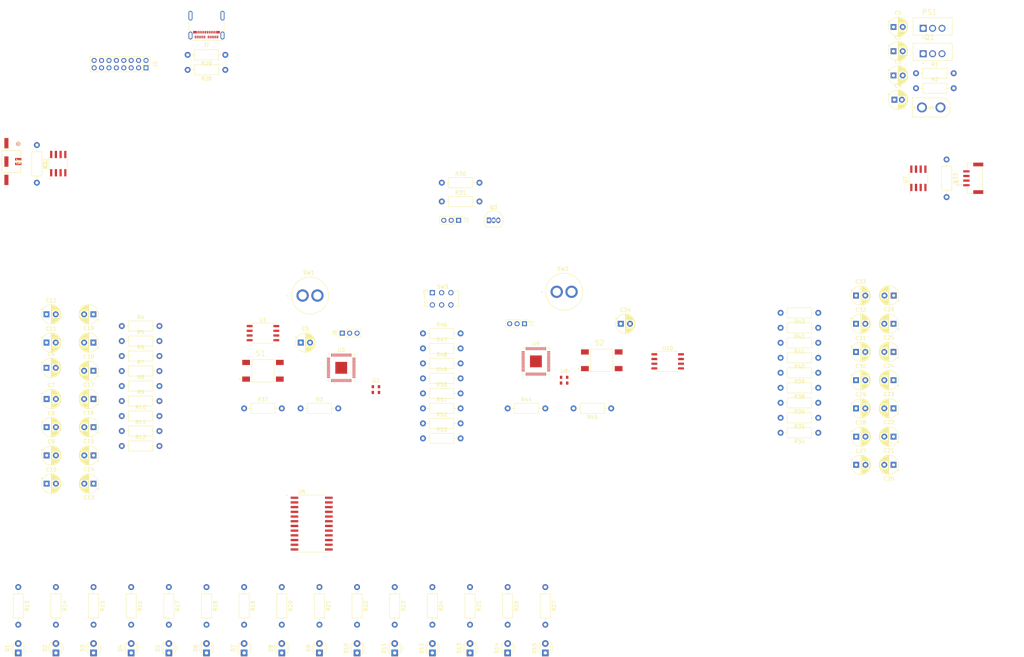
<source format=kicad_pcb>
(kicad_pcb (version 20221018) (generator pcbnew)
  (layers (0 "F.Cu" signal) (31 "B.Cu" signal) (34 "B.Paste" user) (35 "F.Paste" user) (36 "B.SilkS" user "B.Silkscreen") (37 "F.SilkS" user "F.Silkscreen") (38 "B.Mask" user) (39 "F.Mask" user) (44 "Edge.Cuts" user))
  (net 0 "")
  (net 1 "Net-(PS1-IN)")
  (net 2 "/GND")
  (net 3 "/5V")
  (net 4 "/3V3")
  (net 5 "/RP2040/~{RST}")
  (net 6 "/RP2040/1V1")
  (net 7 "Net-(D1-A)")
  (net 8 "Net-(D2-A)")
  (net 9 "Net-(D3-A)")
  (net 10 "Net-(D4-A)")
  (net 11 "Net-(D5-A)")
  (net 12 "Net-(D6-A)")
  (net 13 "Net-(D7-A)")
  (net 14 "Net-(D8-A)")
  (net 15 "Net-(D9-A)")
  (net 16 "Net-(D10-A)")
  (net 17 "Net-(D11-A)")
  (net 18 "Net-(D12-A)")
  (net 19 "Net-(D13-A)")
  (net 20 "Net-(D14-A)")
  (net 21 "Net-(D15-A)")
  (net 24 "Net-(J1-VBUS-PadA4)")
  (net 25 "Net-(J1-CC1)")
  (net 26 "/RP2041/~{RST}")
  (net 27 "/RP2041/3V3")
  (net 33 "Net-(J1-CC2)")
  (net 37 "Net-(J2-Pin_3)")
  (net 38 "Net-(J3-Pin_1)")
  (net 39 "Net-(J3-Pin_2)")
  (net 40 "Net-(J4-Pin_1)")
  (net 41 "Net-(J4-Pin_2)")
  (net 42 "Net-(Q3-B)")
  (net 43 "/RP2041/1V1")
  (net 44 "Net-(PS1-OUT)")
  (net 45 "/BOOTSEL/QSPI_SS")
  (net 46 "Net-(U2-Standby)")
  (net 47 "/RP2040/N_USB_D-")
  (net 48 "/RP2040/N_USB_D+")
  (net 49 "/Flash Memory/IO0")
  (net 50 "Net-(U3-QSPI_SD0)")
  (net 51 "/Flash Memory/IO1")
  (net 52 "Net-(U3-QSPI_SD1)")
  (net 53 "/Flash Memory/IO2")
  (net 54 "Net-(U3-QSPI_SD2)")
  (net 55 "/Flash Memory/IO3")
  (net 56 "Net-(U3-QSPI_SD3)")
  (net 57 "/Flash Memory/CLK")
  (net 58 "Net-(U3-QSPI_SCLK)")
  (net 59 "/LED Arrray/LEDx15/out_pin 1")
  (net 60 "/LED Arrray/LEDx15/out_pin 2")
  (net 61 "/LED Arrray/LEDx15/out_pin 3")
  (net 62 "/LED Arrray/LEDx15/out_pin 4")
  (net 63 "/LED Arrray/LEDx15/out_pin 5")
  (net 64 "/LED Arrray/LEDx15/out_pin 6")
  (net 65 "/LED Arrray/LEDx15/out_pin 7")
  (net 66 "/LED Arrray/LEDx15/out_pin 8")
  (net 67 "/LED Arrray/LEDx15/out_pin 9")
  (net 68 "/LED Arrray/LEDx15/out_pin 10")
  (net 69 "/LED Arrray/LEDx15/out_pin 11")
  (net 70 "/LED Arrray/LEDx15/out_pin 12")
  (net 71 "/LED Arrray/LEDx15/out_pin 13")
  (net 72 "/LED Arrray/LEDx15/out_pin 14")
  (net 73 "/LED Arrray/LEDx15/out_pin 15")
  (net 74 "Net-(U2-Out)")
  (net 75 "/CAN1_RX")
  (net 76 "/CAN1_TX")
  (net 77 "/CAN2_RX")
  (net 78 "/CAN2_TX")
  (net 79 "/USBC/D+")
  (net 80 "/RP2040/GPIO6")
  (net 81 "/RP2040/GPIO7")
  (net 82 "/RP2040/GPIO8")
  (net 83 "/RP2040/GPIO9")
  (net 84 "/RP2040/GPIO10")
  (net 85 "/USBC/D-")
  (net 86 "/SWCLK-A")
  (net 87 "/SWDIO-A")
  (net 88 "/SWCLK-B")
  (net 90 "/SWDIO-B")
  (net 91 "/DR16-RX")
  (net 92 "/A-D-")
  (net 93 "/LED Arrray/input 4")
  (net 94 "/LED Arrray/input 3")
  (net 95 "/LED Arrray/input 2")
  (net 96 "/LED Arrray/input 1")
  (net 97 "/A-D+")
  (net 98 "/RP2040/GPIO26_ADC0")
  (net 99 "/RP2040/GPIO27_ADC1")
  (net 100 "/RP2040/GPIO28_ADC2")
  (net 101 "/RP2040/GPIO29_ADC3")
  (net 102 "Net-(R37-Pad1)")
  (net 108 "/CAN2/5V")
  (net 109 "/RP2040/GPIO11")
  (net 110 "/RP2040/GPIO22")
  (net 111 "Net-(U8-Standby)")
  (net 112 "/B-D-")
  (net 113 "/CS")
  (net 114 "/MOSI")
  (net 115 "/SCK")
  (net 116 "/MISO")
  (net 117 "/RP2041/N_USB_D-")
  (net 118 "/RP2041/N_USB_D+")
  (net 119 "/B-D+")
  (net 120 "/Flash Memory1/IO0")
  (net 121 "Net-(U9-QSPI_SD0)")
  (net 122 "/Flash Memory1/IO1")
  (net 123 "Net-(U9-QSPI_SD1)")
  (net 124 "/Flash Memory1/IO2")
  (net 125 "Net-(U9-QSPI_SD2)")
  (net 126 "/Flash Memory1/IO3")
  (net 127 "Net-(U9-QSPI_SD3)")
  (net 128 "/Flash Memory1/CLK")
  (net 129 "Net-(U9-QSPI_SCLK)")
  (net 130 "/BOOTSEL1/QSPI_SS")
  (net 131 "Net-(R45-Pad1)")
  (net 132 "/GPIO0-A")
  (net 133 "/GPIO1-A")
  (net 134 "/GPIO2-A")
  (net 135 "/GPIO3-A")
  (net 136 "/GPIO4-A")
  (net 137 "/GPIO5-A")
  (net 138 "Net-(U8-Out)")
  (net 139 "/GPIO0-B")
  (net 140 "/GPIO1-B")
  (net 141 "/GPIO2-B")
  (net 142 "/GPIO3-B")
  (net 143 "/GPIO4-B")
  (net 144 "/GPIO5-B")
  (net 145 "/RP2041/GPIO6")
  (net 146 "/RP2041/GPIO7")
  (net 147 "/RP2041/GPIO8")
  (net 148 "/RP2041/GPIO9")
  (net 149 "/RP2041/GPIO10")
  (net 150 "/RP2041/GPIO11")
  (net 151 "/RP2041/GPIO12")
  (net 152 "/RP2041/GPIO13")
  (net 153 "/RP2041/GPIO14")
  (net 154 "/RP2041/GPIO15")
  (net 156 "/RP2041/GPIO16")
  (net 157 "/RP2041/GPIO17")
  (net 158 "/RP2041/GPIO18")
  (net 159 "/RP2041/GPIO19")
  (net 160 "/RP2041/GPIO20")
  (net 161 "/RP2041/GPIO21")
  (net 162 "/RP2041/GPIO22")
  (net 163 "/RP2041/GPIO23")
  (net 164 "/RP2041/GPIO24")
  (net 165 "/RP2041/GPIO25")
  (net 166 "/RP2041/GPIO26_ADC0")
  (net 167 "/RP2041/GPIO27_ADC1")
  (net 168 "/RP2041/GPIO28_ADC2")
  (net 169 "/RP2041/GPIO29_ADC3")
  (net 170 "/RP2040-Connect/GPIO1-B")
  (net 171 "/RP2040-Connect/GPIO0-B")
  (net 172 "/RP2040-Connect/GPIO2-B")
  (net 173 "/RP2040-Connect/GPIO3-B")
  (net 174 "/RP2040-Connect/GPIO4-B")
  (net 175 "/RP2040-Connect/GPIO5-B")
  (footprint "Resistor_THT:R_Axial_DIN0207_L6.3mm_D2.5mm_P10.16mm_Horizontal" (layer "F.Cu") (at 236.22 124.46 180)
    (fp_text reference "R35" (at 5.08 -2.37) (layer "F.SilkS"))
    (fp_text value "10 K")
    (pad "1" thru_hole circle (at 0 0 180) (size 1.6 1.6) (drill 0.8) (layers "*.Cu" "*.Mask") (net 27 "/RP2041/3V3"))
    (pad "2" thru_hole oval (at 10.16 0 180) (size 1.6 1.6) (drill 0.8) (layers "*.Cu" "*.Mask") (net 26 "/RP2041/~{RST}"))
  )
  (footprint "SN65HVD230DR:SOIC127P599X175-8N" (layer "F.Cu") (at 263.235 59.775 90)
    (fp_text reference "U7" (at -0.385 -3.537 90) (layer "F.SilkS"))
    (fp_text value "SN65HVD230DR")
    (pad "1" smd roundrect (at -2.47 -1.905 90) (size 1.97 0.6) (layers "F.Cu" "F.Paste" "F.Mask") (roundrect_rratio 0.07) (net 78 "/CAN2_TX"))
    (pad "2" smd roundrect (at -2.47 -0.635 90) (size 1.97 0.6) (layers "F.Cu" "F.Paste" "F.Mask") (roundrect_rratio 0.07) (net 2 "/GND"))
    (pad "3" smd roundrect (at -2.47 0.635 90) (size 1.97 0.6) (layers "F.Cu" "F.Paste" "F.Mask") (roundrect_rratio 0.07) (net 4 "/3V3"))
    (pad "4" smd roundrect (at -2.47 1.905 90) (size 1.97 0.6) (layers "F.Cu" "F.Paste" "F.Mask") (roundrect_rratio 0.07) (net 77 "/CAN2_RX"))
    (pad "5" smd roundrect (at 2.47 1.905 90) (size 1.97 0.6) (layers "F.Cu" "F.Paste" "F.Mask") (roundrect_rratio 0.07))
    (pad "6" smd roundrect (at 2.47 0.635 90) (size 1.97 0.6) (layers "F.Cu" "F.Paste" "F.Mask") (roundrect_rratio 0.07) (net 40 "Net-(J4-Pin_1)"))
    (pad "7" smd roundrect (at 2.47 -0.635 90) (size 1.97 0.6) (layers "F.Cu" "F.Paste" "F.Mask") (roundrect_rratio 0.07) (net 41 "Net-(J4-Pin_2)"))
    (pad "8" smd roundrect (at 2.47 -1.905 90) (size 1.97 0.6) (layers "F.Cu" "F.Paste" "F.Mask") (roundrect_rratio 0.07) (net 2 "/GND"))
  )
  (footprint "Capacitor_THT:CP_Radial_D5.0mm_P2.50mm" (layer "F.Cu") (at 96.56 104.14)
    (fp_text reference "C5" (at 1.25 -3.75) (layer "F.SilkS"))
    (fp_text value "1uF")
    (pad "1" thru_hole rect (at 0 0) (size 1.6 1.6) (drill 0.8) (layers "*.Cu" "*.Mask") (net 2 "/GND"))
    (pad "2" thru_hole circle (at 2.5 0) (size 1.6 1.6) (drill 0.8) (layers "*.Cu" "*.Mask") (net 4 "/3V3"))
  )
  (footprint "Resistor_THT:R_Axial_DIN0207_L6.3mm_D2.5mm_P10.16mm_Horizontal" (layer "F.Cu") (at 129.54 121.92)
    (fp_text reference "R51" (at 5.08 -2.37) (layer "F.SilkS"))
    (fp_text value "0")
    (pad "1" thru_hole circle (at 0 0) (size 1.6 1.6) (drill 0.8) (layers "*.Cu" "*.Mask") (net 173 "/RP2040-Connect/GPIO3-B"))
    (pad "2" thru_hole oval (at 10.16 0) (size 1.6 1.6) (drill 0.8) (layers "*.Cu" "*.Mask") (net 87 "/SWDIO-A"))
  )
  (footprint "Capacitor_THT:CP_Radial_D5.0mm_P2.50mm" (layer "F.Cu") (at 256.58 91.44 180)
    (fp_text reference "C26" (at 1.25 -3.75) (layer "F.SilkS"))
    (fp_text value "1uF")
    (pad "1" thru_hole rect (at 0 0 180) (size 1.6 1.6) (drill 0.8) (layers "*.Cu" "*.Mask") (net 27 "/RP2041/3V3"))
    (pad "2" thru_hole circle (at 2.5 0 180) (size 1.6 1.6) (drill 0.8) (layers "*.Cu" "*.Mask") (net 27 "/RP2041/3V3"))
  )
  (footprint "Capacitor_THT:CP_Radial_D5.0mm_P2.50mm" (layer "F.Cu") (at 246.42 114.3)
    (fp_text reference "C30" (at 1.25 -3.75) (layer "F.SilkS"))
    (fp_text value "1uF")
    (pad "1" thru_hole rect (at 0 0) (size 1.6 1.6) (drill 0.8) (layers "*.Cu" "*.Mask") (net 27 "/RP2041/3V3"))
    (pad "2" thru_hole circle (at 2.5 0) (size 1.6 1.6) (drill 0.8) (layers "*.Cu" "*.Mask") (net 27 "/RP2041/3V3"))
  )
  (footprint "Resistor_THT:R_Axial_DIN0207_L6.3mm_D2.5mm_P10.16mm_Horizontal" (layer "F.Cu") (at 129.54 109.77)
    (fp_text reference "R48" (at 5.08 -2.37) (layer "F.SilkS"))
    (fp_text value "0")
    (pad "1" thru_hole circle (at 0 0) (size 1.6 1.6) (drill 0.8) (layers "*.Cu" "*.Mask") (net 136 "/GPIO4-A"))
    (pad "2" thru_hole oval (at 10.16 0) (size 1.6 1.6) (drill 0.8) (layers "*.Cu" "*.Mask") (net 170 "/RP2040-Connect/GPIO1-B"))
  )
  (footprint "Resistor_THT:R_Axial_DIN0207_L6.3mm_D2.5mm_P10.16mm_Horizontal" (layer "F.Cu") (at 48.26 111.83)
    (fp_text reference "R7" (at 5.08 -2.37) (layer "F.SilkS"))
    (fp_text value "27")
    (pad "1" thru_hole circle (at 0 0) (size 1.6 1.6) (drill 0.8) (layers "*.Cu" "*.Mask") (net 48 "/RP2040/N_USB_D+"))
    (pad "2" thru_hole oval (at 10.16 0) (size 1.6 1.6) (drill 0.8) (layers "*.Cu" "*.Mask") (net 97 "/A-D+"))
  )
  (footprint "LED_THT:LED_D3.0mm" (layer "F.Cu") (at 60.96 187.96 90)
    (fp_text reference "D5" (at 1.27 -2.96 90) (layer "F.SilkS"))
    (fp_text value "LED")
    (pad "1" thru_hole rect (at 0 0 90) (size 1.8 1.8) (drill 0.9) (layers "*.Cu" "*.Mask") (net 2 "/GND"))
    (pad "2" thru_hole circle (at 2.54 0 90) (size 1.8 1.8) (drill 0.9) (layers "*.Cu" "*.Mask") (net 11 "Net-(D5-A)"))
  )
  (footprint "Resistor_THT:R_Axial_DIN0207_L6.3mm_D2.5mm_P10.16mm_Horizontal" (layer "F.Cu") (at 262.6115 31.4015)
    (fp_text reference "R1" (at 5.08 -2.37) (layer "F.SilkS"))
    (fp_text value "5k")
    (pad "1" thru_hole circle (at 0 0) (size 1.6 1.6) (drill 0.8) (layers "*.Cu" "*.Mask") (net 44 "Net-(PS1-OUT)"))
    (pad "2" thru_hole oval (at 10.16 0) (size 1.6 1.6) (drill 0.8) (layers "*.Cu" "*.Mask") (net 2 "/GND"))
  )
  (footprint "Resistor_THT:R_Axial_DIN0207_L6.3mm_D2.5mm_P10.16mm_Horizontal" (layer "F.Cu") (at 236.22 100.16 180)
    (fp_text reference "R42" (at 5.08 -2.37) (layer "F.SilkS"))
    (fp_text value "27")
    (pad "1" thru_hole circle (at 0 0 180) (size 1.6 1.6) (drill 0.8) (layers "*.Cu" "*.Mask") (net 126 "/Flash Memory1/IO3"))
    (pad "2" thru_hole oval (at 10.16 0 180) (size 1.6 1.6) (drill 0.8) (layers "*.Cu" "*.Mask") (net 127 "Net-(U9-QSPI_SD3)"))
  )
  (footprint "Resistor_THT:R_Axial_DIN0207_L6.3mm_D2.5mm_P10.16mm_Horizontal" (layer "F.Cu") (at 48.26 119.93)
    (fp_text reference "R9" (at 5.08 -2.37) (layer "F.SilkS"))
    (fp_text value "27")
    (pad "1" thru_hole circle (at 0 0) (size 1.6 1.6) (drill 0.8) (layers "*.Cu" "*.Mask") (net 51 "/Flash Memory/IO1"))
    (pad "2" thru_hole oval (at 10.16 0) (size 1.6 1.6) (drill 0.8) (layers "*.Cu" "*.Mask") (net 52 "Net-(U3-QSPI_SD1)"))
  )
  (footprint "Resistor_THT:R_Axial_DIN0207_L6.3mm_D2.5mm_P10.16mm_Horizontal" (layer "F.Cu") (at 129.54 113.82)
    (fp_text reference "R49" (at 5.08 -2.37) (layer "F.SilkS"))
    (fp_text value "0")
    (pad "1" thru_hole circle (at 0 0) (size 1.6 1.6) (drill 0.8) (layers "*.Cu" "*.Mask") (net 137 "/GPIO5-A"))
    (pad "2" thru_hole oval (at 10.16 0) (size 1.6 1.6) (drill 0.8) (layers "*.Cu" "*.Mask") (net 171 "/RP2040-Connect/GPIO0-B"))
  )
  (footprint "LED_THT:LED_D3.0mm" (layer "F.Cu") (at 142.24 187.96 90)
    (fp_text reference "D13" (at 1.27 -2.96 90) (layer "F.SilkS"))
    (fp_text value "LED")
    (pad "1" thru_hole rect (at 0 0 90) (size 1.8 1.8) (drill 0.9) (layers "*.Cu" "*.Mask") (net 2 "/GND"))
    (pad "2" thru_hole circle (at 2.54 0 90) (size 1.8 1.8) (drill 0.9) (layers "*.Cu" "*.Mask") (net 19 "Net-(D13-A)"))
  )
  (footprint "LED_THT:LED_D3.0mm" (layer "F.Cu") (at 91.44 187.96 90)
    (fp_text reference "D8" (at 1.27 -2.96 90) (layer "F.SilkS"))
    (fp_text value "LED")
    (pad "1" thru_hole rect (at 0 0 90) (size 1.8 1.8) (drill 0.9) (layers "*.Cu" "*.Mask") (net 2 "/GND"))
    (pad "2" thru_hole circle (at 2.54 0 90) (size 1.8 1.8) (drill 0.9) (layers "*.Cu" "*.Mask") (net 14 "Net-(D8-A)"))
  )
  (footprint "Resistor_THT:R_Axial_DIN0207_L6.3mm_D2.5mm_P10.16mm_Horizontal" (layer "F.Cu") (at 30.48 170.18 -90)
    (fp_text reference "R14" (at 5.08 -2.37 90) (layer "F.SilkS"))
    (fp_text value "R_US")
    (pad "1" thru_hole circle (at 0 0 270) (size 1.6 1.6) (drill 0.8) (layers "*.Cu" "*.Mask") (net 60 "/LED Arrray/LEDx15/out_pin 2"))
    (pad "2" thru_hole oval (at 10.16 0 270) (size 1.6 1.6) (drill 0.8) (layers "*.Cu" "*.Mask") (net 8 "Net-(D2-A)"))
  )
  (footprint "LM2940CT-5.0:TO254P1054X470X1955-3" (layer "F.Cu") (at 267.0815 26.1365)
    (fp_text reference "Q1" (at -0.835 -4.399) (layer "F.SilkS") (effects (font (size 1.4 1.4))))
    (fp_text value "LM2940CT-5.0_NOPB")
    (pad "1" thru_hole rect (at -2.54 0) (size 1.86 1.86) (drill 1.24) (layers "*.Cu" "*.Mask") (net 1 "Net-(PS1-IN)"))
    (pad "2" thru_hole circle (at 0 0) (size 1.86 1.86) (drill 1.24) (layers "*.Cu" "*.Mask") (net 2 "/GND"))
    (pad "3" thru_hole circle (at 2.54 0) (size 1.86 1.86) (drill 1.24) (layers "*.Cu" "*.Mask") (net 3 "/5V"))
  )
  (footprint "Capacitor_THT:CP_Radial_D5.0mm_P2.50mm" (layer "F.Cu") (at 246.46 137.16)
    (fp_text reference "C27" (at 1.25 -3.75) (layer "F.SilkS"))
    (fp_text value "1uF")
    (pad "1" thru_hole rect (at 0 0) (size 1.6 1.6) (drill 0.8) (layers "*.Cu" "*.Mask") (net 27 "/RP2041/3V3"))
    (pad "2" thru_hole circle (at 2.5 0) (size 1.6 1.6) (drill 0.8) (layers "*.Cu" "*.Mask") (net 27 "/RP2041/3V3"))
  )
  (footprint "LED_THT:LED_D3.0mm" (layer "F.Cu") (at 162.56 187.96 90)
    (fp_text reference "D15" (at 1.27 -2.96 90) (layer "F.SilkS"))
    (fp_text value "LED")
    (pad "1" thru_hole rect (at 0 0 90) (size 1.8 1.8) (drill 0.9) (layers "*.Cu" "*.Mask") (net 2 "/GND"))
    (pad "2" thru_hole circle (at 2.54 0 90) (size 1.8 1.8) (drill 0.9) (layers "*.Cu" "*.Mask") (net 21 "Net-(D15-A)"))
  )
  (footprint "Resistor_THT:R_Axial_DIN0207_L6.3mm_D2.5mm_P10.16mm_Horizontal" (layer "F.Cu") (at 162.56 170.18 -90)
    (fp_text reference "R27" (at 5.08 -2.37 90) (layer "F.SilkS"))
    (fp_text value "R_US")
    (pad "1" thru_hole circle (at 0 0 270) (size 1.6 1.6) (drill 0.8) (layers "*.Cu" "*.Mask") (net 73 "/LED Arrray/LEDx15/out_pin 15"))
    (pad "2" thru_hole oval (at 10.16 0 270) (size 1.6 1.6) (drill 0.8) (layers "*.Cu" "*.Mask") (net 21 "Net-(D15-A)"))
  )
  (footprint "Capacitor_THT:CP_Radial_D5.0mm_P2.50mm" (layer "F.Cu") (at 256.54 129.54 180)
    (fp_text reference "C21" (at 1.25 -3.75) (layer "F.SilkS"))
    (fp_text value "1uF")
    (pad "1" thru_hole rect (at 0 0 180) (size 1.6 1.6) (drill 0.8) (layers "*.Cu" "*.Mask") (net 27 "/RP2041/3V3"))
    (pad "2" thru_hole circle (at 2.5 0 180) (size 1.6 1.6) (drill 0.8) (layers "*.Cu" "*.Mask") (net 27 "/RP2041/3V3"))
  )
  (footprint "Resistor_THT:R_Axial_DIN0207_L6.3mm_D2.5mm_P10.16mm_Horizontal" (layer "F.Cu") (at 48.26 132.08)
    (fp_text reference "R12" (at 5.08 -2.37) (layer "F.SilkS"))
    (fp_text value "27")
    (pad "1" thru_hole circle (at 0 0) (size 1.6 1.6) (drill 0.8) (layers "*.Cu" "*.Mask") (net 57 "/Flash Memory/CLK"))
    (pad "2" thru_hole oval (at 10.16 0) (size 1.6 1.6) (drill 0.8) (layers "*.Cu" "*.Mask") (net 58 "Net-(U3-QSPI_SCLK)"))
  )
  (footprint "Package_DFN_QFN:QFN-56-1EP_7x7mm_P0.4mm_EP3.2x3.2mm" (layer "F.Cu") (at 160.02 109.22)
    (fp_text reference "U9" (at 0 -4.82) (layer "F.SilkS"))
    (fp_text value "RP2040")
    (pad "1" smd roundrect (at -3.4375 -2.6) (size 0.875 0.2) (layers "F.Cu" "F.Paste" "F.Mask") (net 27 "/RP2041/3V3"))
    (pad "2" smd roundrect (at -3.4375 -2.2) (size 0.875 0.2) (layers "F.Cu" "F.Paste" "F.Mask") (net 139 "/GPIO0-B"))
    (pad "3" smd roundrect (at -3.4375 -1.8) (size 0.875 0.2) (layers "F.Cu" "F.Paste" "F.Mask") (net 140 "/GPIO1-B"))
    (pad "4" smd roundrect (at -3.4375 -1.4) (size 0.875 0.2) (layers "F.Cu" "F.Paste" "F.Mask") (net 141 "/GPIO2-B"))
    (pad "5" smd roundrect (at -3.4375 -1) (size 0.875 0.2) (layers "F.Cu" "F.Paste" "F.Mask") (net 142 "/GPIO3-B"))
    (pad "6" smd roundrect (at -3.4375 -0.6) (size 0.875 0.2) (layers "F.Cu" "F.Paste" "F.Mask") (net 143 "/GPIO4-B"))
    (pad "7" smd roundrect (at -3.4375 -0.2) (size 0.875 0.2) (layers "F.Cu" "F.Paste" "F.Mask") (net 144 "/GPIO5-B"))
    (pad "8" smd roundrect (at -3.4375 0.2) (size 0.875 0.2) (layers "F.Cu" "F.Paste" "F.Mask") (net 145 "/RP2041/GPIO6"))
    (pad "9" smd roundrect (at -3.4375 0.6) (size 0.875 0.2) (layers "F.Cu" "F.Paste" "F.Mask") (net 146 "/RP2041/GPIO7"))
    (pad "10" smd roundrect (at -3.4375 1) (size 0.875 0.2) (layers "F.Cu" "F.Paste" "F.Mask") (net 27 "/RP2041/3V3"))
    (pad "11" smd roundrect (at -3.4375 1.4) (size 0.875 0.2) (layers "F.Cu" "F.Paste" "F.Mask") (net 147 "/RP2041/GPIO8"))
    (pad "12" smd roundrect (at -3.4375 1.8) (size 0.875 0.2) (layers "F.Cu" "F.Paste" "F.Mask") (net 148 "/RP2041/GPIO9"))
    (pad "13" smd roundrect (at -3.4375 2.2) (size 0.875 0.2) (layers "F.Cu" "F.Paste" "F.Mask") (net 149 "/RP2041/GPIO10"))
    (pad "14" smd roundrect (at -3.4375 2.6) (size 0.875 0.2) (layers "F.Cu" "F.Paste" "F.Mask") (net 150 "/RP2041/GPIO11"))
    (pad "15" smd roundrect (at -2.6 3.4375) (size 0.2 0.875) (layers "F.Cu" "F.Paste" "F.Mask") (net 151 "/RP2041/GPIO12"))
    (pad "16" smd roundrect (at -2.2 3.4375) (size 0.2 0.875) (layers "F.Cu" "F.Paste" "F.Mask") (net 152 "/RP2041/GPIO13"))
    (pad "17" smd roundrect (at -1.8 3.4375) (size 0.2 0.875) (layers "F.Cu" "F.Paste" "F.Mask") (net 153 "/RP2041/GPIO14"))
    (pad "18" smd roundrect (at -1.4 3.4375) (size 0.2 0.875) (layers "F.Cu" "F.Paste" "F.Mask") (net 154 "/RP2041/GPIO15"))
    (pad "19" smd roundrect (at -1 3.4375) (size 0.2 0.875) (layers "F.Cu" "F.Paste" "F.Mask") (net 27 "/RP2041/3V3"))
    (pad "20" smd roundrect (at -0.6 3.4375) (size 0.2 0.875) (layers "F.Cu" "F.Paste" "F.Mask") (net 138 "Net-(U8-Out)"))
    (pad "21" smd roundrect (at -0.2 3.4375) (size 0.2 0.875) (layers "F.Cu" "F.Paste" "F.Mask"))
    (pad "22" smd roundrect (at 0.2 3.4375) (size 0.2 0.875) (layers "F.Cu" "F.Paste" "F.Mask") (net 27 "/RP2041/3V3"))
    (pad "23" smd roundrect (at 0.6 3.4375) (size 0.2 0.875) (layers "F.Cu" "F.Paste" "F.Mask") (net 43 "/RP2041/1V1"))
    (pad "24" smd roundrect (at 1 3.4375) (size 0.2 0.875) (layers "F.Cu" "F.Paste" "F.Mask") (net 88 "/SWCLK-B"))
    (pad "25" smd roundrect (at 1.4 3.4375) (size 0.2 0.875) (layers "F.Cu" "F.Paste" "F.Mask") (net 90 "/SWDIO-B"))
    (pad "26" smd roundrect (at 1.8 3.4375) (size 0.2 0.875) (layers "F.Cu" "F.Paste" "F.Mask") (net 26 "/RP2041/~{RST}"))
    (pad "27" smd roundrect (at 2.2 3.4375) (size 0.2 0.875) (layers "F.Cu" "F.Paste" "F.Mask") (net 156 "/RP2041/GPIO16"))
    (pad "28" smd roundrect (at 2.6 3.4375) (size 0.2 0.875) (layers "F.Cu" "F.Paste" "F.Mask") (net 157 "/RP2041/GPIO17"))
    (pad "29" smd roundrect (at 3.4375 2.6) (size 0.875 0.2) (layers "F.Cu" "F.Paste" "F.Mask") (net 158 "/RP2041/GPIO18"))
    (pad "30" smd roundrect (at 3.4375 2.2) (size 0.875 0.2) (layers "F.Cu" "F.Paste" "F.Mask") (net 159 "/RP2041/GPIO19"))
    (pad "31" smd roundrect (at 3.4375 1.8) (size 0.875 0.2) (layers "F.Cu" "F.Paste" "F.Mask") (net 160 "/RP2041/GPIO20"))
    (pad "32" smd roundrect (at 3.4375 1.4) (size 0.875 0.2) (layers "F.Cu" "F.Paste" "F.Mask") (net 161 "/RP2041/GPIO21"))
    (pad "33" smd roundrect (at 3.4375 1) (size 0.875 0.2) (layers "F.Cu" "F.Paste" "F.Mask") (net 27 "/RP2041/3V3"))
    (pad "34" smd roundrect (at 3.4375 0.6) (size 0.875 0.2) (layers "F.Cu" "F.Paste" "F.Mask") (net 162 "/RP2041/GPIO22"))
    (pad "35" smd roundrect (at 3.4375 0.2) (size 0.875 0.2) (layers "F.Cu" "F.Paste" "F.Mask") (net 163 "/RP2041/GPIO23"))
    (pad "36" smd roundrect (at 3.4375 -0.2) (size 0.875 0.2) (layers "F.Cu" "F.Paste" "F.Mask") (net 164 "/RP2041/GPIO24"))
    (pad "37" smd roundrect (at 3.4375 -0.6) (size 0.875 0.2) (layers "F.Cu" "F.Paste" "F.Mask") (net 165 "/RP2041/GPIO25"))
    (pad "38" smd roundrect (at 3.4375 -1) (size 0.875 0.2) (layers "F.Cu" "F.Paste" "F.Mask") (net 166 "/RP2041/GPIO26_ADC0"))
    (pad "39" smd roundrect (at 3.4375 -1.4) (size 0.875 0.2) (layers "F.Cu" "F.Paste" "F.Mask") (net 167 "/RP2041/GPIO27_ADC1"))
    (pad "40" smd roundrect (at 3.4375 -1.8) (size 0.875 0.2) (layers "F.Cu" "F.Paste" "F.Mask") (net 168 "/RP2041/GPIO28_ADC2"))
    (pad "41" smd roundrect (at 3.4375 -2.2) (size 0.875 0.2) (layers "F.Cu" "F.Paste" "F.Mask") (net 169 "/RP2041/GPIO29_ADC3"))
    (pad "42" smd roundrect (at 3.4375 -2.6) (size 0.875 0.2) (layers "F.Cu" "F.Paste" "F.Mask") (net 27 "/RP2041/3V3"))
    (pad "43" smd roundrect (at 2.6 -3.4375) (size 0.2 0.875) (layers "F.Cu" "F.Paste" "F.Mask") (net 27 "/RP2041/3V3"))
    (pad "44" smd roundrect (at 2.2 -3.4375) (size 0.2 0.875) (layers "F.Cu" "F.Paste" "F.Mask") (net 27 "/RP2041/3V3"))
    (pad "45" smd roundrect (at 1.8 -3.4375) (size 0.2 0.875) (layers "F.Cu" "F.Paste" "F.Mask") (net 43 "/RP2041/1V1"))
    (pad "46" smd roundrect (at 1.4 -3.4375) (size 0.2 0.875) (layers "F.Cu" "F.Paste" "F.Mask") (net 118 "/RP2041/N_USB_D+"))
    (pad "47" smd roundrect (at 1 -3.4375) (size 0.2 0.875) (layers "F.Cu" "F.Paste" "F.Mask") (net 117 "/RP2041/N_USB_D-"))
    (pad "48" smd roundrect (at 0.6 -3.4375) (size 0.2 0.875) (layers "F.Cu" "F.Paste" "F.Mask") (net 27 "/RP2041/3V3"))
    (pad "49" smd roundrect (at 0.2 -3.4375) (size 0.2 0.875) (layers "F.Cu" "F.Paste" "F.Mask") (net 27 "/RP2041/3V3"))
    (pad "50" smd roundrect (at -0.2 -3.4375) (size 0.2 0.875) (layers "F.Cu" "F.Paste" "F.Mask") (net 43 "/RP2041/1V1"))
    (pad "51" smd roundrect (at -0.6 -3.4375) (size 0.2 0.875) (layers "F.Cu" "F.Paste" "F.Mask") (net 127 "Net-(U9-QSPI_SD3)"))
    (pad "52" smd roundrect (at -1 -3.4375) (size 0.2 0.875) (layers "F.Cu" "F.Paste" "F.Mask") (net 129 "Net-(U9-QSPI_SCLK)"))
    (pad "53" smd roundrect (at -1.4 -3.4375) (size 0.2 0.875) (layers "F.Cu" "F.Paste" "F.Mask") (net 121 "Net-(U9-QSPI_SD0)"))
    (pad "54" smd roundrect (at -1.8 -3.4375) (size 0.2 0.875) (layers "F.Cu" "F.Paste" "F.Mask") (net 125 "Net-(U9-QSPI_SD2)"))
    (pad "55" smd roundrect (at -2.2 -3.4375) (size 0.2 0.875) (layers "F.Cu" "F.Paste" "F.Mask") (net 123 "Net-(U9-QSPI_SD1)"))
    (pad "56" smd roundrect (at -2.6 -3.4375) (size 0.2 0.875) (layers "F.Cu" "F.Paste" "F.Mask") (net 130 "/BOOTSEL1/QSPI_SS"))
    (pad "57" smd rect (at 0 0) (size 3.2 3.2) (layers "F.Cu" "F.Mask") (net 27 "/RP2041/3V3"))
  )
  (footprint "SM04B_GHS_TB_LF__SN__:JST_SM04B-GHS-TB_LF__SN_-" (layer "F.Cu") (at 278.475 59.775 90)
    (fp_text reference "J4" (at -1.32721 -4.71786 90) (layer "F.SilkS") (effects (font (size 1.001669 1.001669))))
    (fp_text value "Conn_01x04")
    (pad "1" smd rect (at -1.875 -2.275 180) (size 1.7 0.6) (layers "F.Cu" "F.Paste" "F.Mask") (net 40 "Net-(J4-Pin_1)"))
    (pad "2" smd rect (at -0.625 -2.275 180) (size 1.7 0.6) (layers "F.Cu" "F.Paste" "F.Mask") (net 41 "Net-(J4-Pin_2)"))
    (pad "3" smd rect (at 0.625 -2.275 180) (size 1.7 0.6) (layers "F.Cu" "F.Paste" "F.Mask") (net 2 "/GND"))
    (pad "4" smd rect (at 1.875 -2.275 180) (size 1.7 0.6) (layers "F.Cu" "F.Paste" "F.Mask") (net 108 "/CAN2/5V"))
    (pad "SH1" smd rect (at -3.725 0.925 180) (size 2.7 1) (layers "F.Cu" "F.Paste" "F.Mask"))
    (pad "SH2" smd rect (at 3.725 0.925 180) (size 2.7 1) (layers "F.Cu" "F.Paste" "F.Mask"))
  )
  (footprint "Resistor_THT:R_Axial_DIN0207_L6.3mm_D2.5mm_P10.16mm_Horizontal" (layer "F.Cu") (at 129.54 105.72)
    (fp_text reference "R47" (at 5.08 -2.37) (layer "F.SilkS"))
    (fp_text value "0")
    (pad "1" thru_hole circle (at 0 0) (size 1.6 1.6) (drill 0.8) (layers "*.Cu" "*.Mask") (net 135 "/GPIO3-A"))
    (pad "2" thru_hole oval (at 10.16 0) (size 1.6 1.6) (drill 0.8) (layers "*.Cu" "*.Mask") (net 90 "/SWDIO-B"))
  )
  (footprint "Resistor_THT:R_Axial_DIN0207_L6.3mm_D2.5mm_P10.16mm_Horizontal" (layer "F.Cu") (at 132.08 170.18 -90)
    (fp_text reference "R24" (at 5.08 -2.37 90) (layer "F.SilkS"))
    (fp_text value "R_US")
    (pad "1" thru_hole circle (at 0 0 270) (size 1.6 1.6) (drill 0.8) (layers "*.Cu" "*.Mask") (net 70 "/LED Arrray/LEDx15/out_pin 12"))
    (pad "2" thru_hole oval (at 10.16 0 270) (size 1.6 1.6) (drill 0.8) (layers "*.Cu" "*.Mask") (net 18 "Net-(D12-A)"))
  )
  (footprint "Resistor_THT:R_Axial_DIN0207_L6.3mm_D2.5mm_P10.16mm_Horizontal" (layer "F.Cu") (at 152.4 121.92)
    (fp_text reference "R44" (at 5.08 -2.37) (layer "F.SilkS"))
    (fp_text value "10k")
    (pad "1" thru_hole circle (at 0 0) (size 1.6 1.6) (drill 0.8) (layers "*.Cu" "*.Mask") (net 130 "/BOOTSEL1/QSPI_SS"))
    (pad "2" thru_hole oval (at 10.16 0) (size 1.6 1.6) (drill 0.8) (layers "*.Cu" "*.Mask") (net 4 "/3V3"))
  )
  (footprint "Resistor_THT:R_Axial_DIN0207_L6.3mm_D2.5mm_P10.16mm_Horizontal" (layer "F.Cu") (at 81.28 170.18 -90)
    (fp_text reference "R19" (at 5.08 -2.37 90) (layer "F.SilkS"))
    (fp_text value "R_US")
    (pad "1" thru_hole circle (at 0 0 270) (size 1.6 1.6) (drill 0.8) (layers "*.Cu" "*.Mask") (net 65 "/LED Arrray/LEDx15/out_pin 7"))
    (pad "2" thru_hole oval (at 10.16 0 270) (size 1.6 1.6) (drill 0.8) (layers "*.Cu" "*.Mask") (net 13 "Net-(D7-A)"))
  )
  (footprint "Resistor_THT:R_Axial_DIN0207_L6.3mm_D2.5mm_P10.16mm_Horizontal" (layer "F.Cu") (at 129.54 130.02)
    (fp_text reference "R53" (at 5.08 -2.37) (layer "F.SilkS"))
    (fp_text value "0")
    (pad "1" thru_hole circle (at 0 0) (size 1.6 1.6) (drill 0.8) (layers "*.Cu" "*.Mask") (net 175 "/RP2040-Connect/GPIO5-B"))
    (pad "2" thru_hole oval (at 10.16 0) (size 1.6 1.6) (drill 0.8) (layers "*.Cu" "*.Mask") (net 132 "/GPIO0-A"))
  )
  (footprint "Capacitor_THT:CP_Radial_D5.0mm_P2.50mm" (layer "F.Cu") (at 27.98 134.62)
    (fp_text reference "C9" (at 1.25 -3.75) (layer "F.SilkS"))
    (fp_text value "1uF")
    (pad "1" thru_hole rect (at 0 0) (size 1.6 1.6) (drill 0.8) (layers "*.Cu" "*.Mask") (net 6 "/RP2040/1V1"))
    (pad "2" thru_hole circle (at 2.5 0) (size 1.6 1.6) (drill 0.8) (layers "*.Cu" "*.Mask") (net 4 "/3V3"))
  )
  (footprint "Capacitor_THT:CP_Radial_D5.0mm_P2.50mm" (layer "F.Cu") (at 256.521275 25.4515)
    (fp_text reference "C2" (at 1.25 -3.75) (layer "F.SilkS"))
    (fp_text value ".47uF")
    (pad "1" thru_hole rect (at 0 0) (size 1.6 1.6) (drill 0.8) (layers "*.Cu" "*.Mask") (net 1 "Net-(PS1-IN)"))
    (pad "2" thru_hole circle (at 2.5 0) (size 1.6 1.6) (drill 0.8) (layers "*.Cu" "*.Mask") (net 2 "/GND"))
  )
  (footprint "Capacitor_THT:CP_Radial_D5.0mm_P2.50mm" (layer "F.Cu") (at 256.54 114.3 180)
    (fp_text reference "C23" (at 1.25 -3.75) (layer "F.SilkS"))
    (fp_text value "1uF")
    (pad "1" thru_hole rect (at 0 0 180) (size 1.6 1.6) (drill 0.8) (layers "*.Cu" "*.Mask") (net 43 "/RP2041/1V1"))
    (pad "2" thru_hole circle (at 2.5 0 180) (size 1.6 1.6) (drill 0.8) (layers "*.Cu" "*.Mask") (net 27 "/RP2041/3V3"))
  )
  (footprint "Resistor_THT:R_Axial_DIN0207_L6.3mm_D2.5mm_P10.16mm_Horizontal" (layer "F.Cu") (at 236.22 128.51 180)
    (fp_text reference "R34" (at 5.08 -2.37) (layer "F.SilkS"))
    (fp_text value "10 K")
    (pad "1" thru_hole circle (at 0 0 180) (size 1.6 1.6) (drill 0.8) (layers "*.Cu" "*.Mask") (net 27 "/RP2041/3V3"))
    (pad "2" thru_hole oval (at 10.16 0 180) (size 1.6 1.6) (drill 0.8) (layers "*.Cu" "*.Mask") (net 111 "Net-(U8-Standby)"))
  )
  (footprint "Resistor_THT:R_Axial_DIN0207_L6.3mm_D2.5mm_P10.16mm_Horizontal" (layer "F.Cu") (at 71.12 170.18 -90)
    (fp_text reference "R18" (at 5.08 -2.37 90) (layer "F.SilkS"))
    (fp_text value "R_US")
    (pad "1" thru_hole circle (at 0 0 270) (size 1.6 1.6) (drill 0.8) (layers "*.Cu" "*.Mask") (net 64 "/LED Arrray/LEDx15/out_pin 6"))
    (pad "2" thru_hole oval (at 10.16 0 270) (size 1.6 1.6) (drill 0.8) (layers "*.Cu" "*.Mask") (net 12 "Net-(D6-A)"))
  )
  (footprint "Resistor_THT:R_Axial_DIN0207_L6.3mm_D2.5mm_P10.16mm_Horizontal" (layer "F.Cu") (at 48.26 123.98)
    (fp_text reference "R10" (at 5.08 -2.37) (layer "F.SilkS"))
    (fp_text value "27")
    (pad "1" thru_hole circle (at 0 0) (size 1.6 1.6) (drill 0.8) (layers "*.Cu" "*.Mask") (net 53 "/Flash Memory/IO2"))
    (pad "2" thru_hole oval (at 10.16 0) (size 1.6 1.6) (drill 0.8) (layers "*.Cu" "*.Mask") (net 54 "Net-(U3-QSPI_SD2)"))
  )
  (footprint "Resistor_THT:R_Axial_DIN0207_L6.3mm_D2.5mm_P10.16mm_Horizontal" (layer "F.Cu") (at 152.4 170.18 -90)
    (fp_text reference "R26" (at 5.08 -2.37 90) (layer "F.SilkS"))
    (fp_text value "R_US")
    (pad "1" thru_hole circle (at 0 0 270) (size 1.6 1.6) (drill 0.8) (layers "*.Cu" "*.Mask") (net 72 "/LED Arrray/LEDx15/out_pin 14"))
    (pad "2" thru_hole oval (at 10.16 0 270) (size 1.6 1.6) (drill 0.8) (layers "*.Cu" "*.Mask") (net 20 "Net-(D14-A)"))
  )
  (footprint "Resistor_THT:R_Axial_DIN0207_L6.3mm_D2.5mm_P10.16mm_Horizontal" (layer "F.Cu") (at 129.54 101.67)
    (fp_text reference "R46" (at 5.08 -2.37) (layer "F.SilkS"))
    (fp_text value "0")
    (pad "1" thru_hole circle (at 0 0) (size 1.6 1.6) (drill 0.8) (layers "*.Cu" "*.Mask") (net 134 "/GPIO2-A"))
    (pad "2" thru_hole oval (at 10.16 0) (size 1.6 1.6) (drill 0.8) (layers "*.Cu" "*.Mask") (net 88 "/SWCLK-B"))
  )
  (footprint "Connector_USB:USB_C_Receptacle_Molex_105450-0101" (layer "F.Cu") (at 71.12 18.405 180)
    (fp_text reference "J1" (at 0 -5.315 180 unlocked) (layer "F.SilkS"))
    (fp_text value "USB_C_Receptacle")
    (pad "A1" smd rect (at -3 -3.215 180) (size 0.3 0.7) (layers "F.Cu" "F.Paste" "F.Mask") (net 2 "/GND"))
    (pad "A2" smd rect (at -2.5 -3.215 180) (size 0.3 0.7) (layers "F.Cu" "F.Paste" "F.Mask"))
    (pad "A3" smd rect (at -2 -3.215 180) (size 0.3 0.7) (layers "F.Cu" "F.Paste" "F.Mask"))
    (pad "A4" smd rect (at -1.5 -3.215 180) (size 0.3 0.7) (layers "F.Cu" "F.Paste" "F.Mask") (net 24 "Net-(J1-VBUS-PadA4)"))
    (pad "A5" smd rect (at -1 -3.215 180) (size 0.3 0.7) (layers "F.Cu" "F.Paste" "F.Mask") (net 25 "Net-(J1-CC1)"))
    (pad "A6" smd rect (at -0.5 -3.215 180) (size 0.3 0.7) (layers "F.Cu" "F.Paste" "F.Mask") (net 79 "/USBC/D+"))
    (pad "A7" smd rect (at 0.5 -3.215 180) (size 0.3 0.7) (layers "F.Cu" "F.Paste" "F.Mask") (net 85 "/USBC/D-"))
    (pad "A8" smd rect (at 1 -3.215 180) (size 0.3 0.7) (layers "F.Cu" "F.Paste" "F.Mask"))
    (pad "A9" smd rect (at 1.5 -3.215 180) (size 0.3 0.7) (layers "F.Cu" "F.Paste" "F.Mask") (net 24 "Net-(J1-VBUS-PadA4)"))
    (pad "A10" smd rect (at 2 -3.215 180) (size 0.3 0.7) (layers "F.Cu" "F.Paste" "F.Mask"))
    (pad "A11" smd rect (at 2.5 -3.215 180) (size 0.3 0.7) (layers "F.Cu" "F.Paste" "F.Mask"))
    (pad "A12" smd rect (at 3 -3.215 180) (size 0.3 0.7) (layers "F.Cu" "F.Paste" "F.Mask") (net 2 "/GND"))
    (pad "B1" smd rect (at 3.1 -1.915 180) (size 1 0.7) (layers "F.Cu" "F.Paste" "F.Mask") (net 2 "/GND"))
    (pad "B2" smd rect (at 2.25 -1.915 180) (size 0.3 0.7) (layers "F.Cu" "F.Paste" "F.Mask"))
    (pad "B3" smd rect (at 1.75 -1.915 180) (size 0.3 0.7) (layers "F.Cu" "F.Paste" "F.Mask"))
    (pad "B4" smd rect (at 1.25 -1.915 180) (size 0.3 0.7) (layers "F.Cu" "F.Paste" "F.Mask") (net 24 "Net-(J1-VBUS-PadA4)"))
    (pad "B5" smd rect (at 0.75 -1.915 180) (size 0.3 0.7) (layers "F.Cu" "F.Paste" "F.Mask") (net 33 "Net-(J1-CC2)"))
    (pad "B6" smd rect (at 0.25 -1.915 180) (size 0.3 0.7) (layers "F.Cu" "F.Paste" "F.Mask") (net 79 "/USBC/D+"))
    (pad "B7" smd rect (at -0.25 -1.915 180) (size 0.3 0.7) (layers "F.Cu" "F.Paste" "F.Mask") (net 85 "/USBC/D-"))
    (pad "B8" smd rect (at -0.75 -1.915 180) (size 0.3 0.7) (layers "F.Cu" "F.Paste" "F.Mask"))
    (pad "B9" smd rect (at -1.25 -1.915 180) (size 0.3 0.7) (layers "F.Cu" "F.Paste" "F.Mask") (net 24 "Net-(J1-VBUS-PadA4)"))
    (pad "B10" smd rect (at -1.75 -1.915 180) (size 0.3 0.7) (layers "F.Cu" "F.Paste" "F.Mask"))
    (pad "B11" smd rect (at -2.25 -1.915 180) (size 0.3 0.7) (layers "F.Cu" "F.Paste" "F.Mask"))
    (pad "B12" smd rect (at -3.1 -1.915 180) (size 1 0.7) (layers "F.Cu" "F.Paste" "F.Mask") (net 2 "/GND"))
    (pad "S1" thru_hole oval (at -4.32 -2.805 180) (size 1.1 2.1) (drill oval 0.6 1.6) (layers "*.Cu" "*.Mask") (net 2 "/GND"))
    (pad "S1" thru_hole oval (at -4.32 2.555 180) (size 1.1 2.6) (drill oval 0.6 2.1) (layers "*.Cu" "*.Mask") (net 2 "/GND"))
    (pad "S1" thru_hole oval (at 4.32 -2.805 180) (size 1.1 2.1) (drill oval 0.6 1.6) (layers "*.Cu" "*.Mask") (net 2 "/GND"))
    (pad "S1" thru_hole oval (at 4.32 2.555 180) (size 1.1 2.6) (drill oval 0.6 2.1) (layers "*.Cu" "*.Mask") (net 2 "/GND"))
  )
  (footprint "Resistor_THT:R_Axial_DIN0207_L6.3mm_D2.5mm_P10.16mm_Horizontal" (layer "F.Cu") (at 101.6 170.18 -90)
    (fp_text reference "R21" (at 5.08 -2.37 90) (layer "F.SilkS"))
    (fp_text value "R_US")
    (pad "1" thru_hole circle (at 0 0 270) (size 1.6 1.6) (drill 0.8) (layers "*.Cu" "*.Mask") (net 67 "/LED Arrray/LEDx15/out_pin 9"))
    (pad "2" thru_hole oval (at 10.16 0 270) (size 1.6 1.6) (drill 0.8) (layers "*.Cu" "*.Mask") (net 15 "Net-(D9-A)"))
  )
  (footprint "LED_THT:LED_D3.0mm" (layer "F.Cu") (at 50.8 187.96 90)
    (fp_text reference "D4" (at 1.27 -2.96 90) (layer "F.SilkS"))
    (fp_text value "LED")
    (pad "1" thru_hole rect (at 0 0 90) (size 1.8 1.8) (drill 0.9) (layers "*.Cu" "*.Mask") (net 2 "/GND"))
    (pad "2" thru_hole circle (at 2.54 0 90) (size 1.8 1.8) (drill 0.9) (layers "*.Cu" "*.Mask") (net 10 "Net-(D4-A)"))
  )
  (footprint "Capacitor_THT:CP_Radial_D5.0mm_P2.50mm" (layer "F.Cu") (at 246.42 99.06)
    (fp_text reference "C32" (at 1.25 -3.75) (layer "F.SilkS"))
    (fp_text value "1uF")
    (pad "1" thru_hole rect (at 0 0) (size 1.6 1.6) (drill 0.8) (layers "*.Cu" "*.Mask") (net 27 "/RP2041/3V3"))
    (pad "2" thru_hole circle (at 2.5 0) (size 1.6 1.6) (drill 0.8) (layers "*.Cu" "*.Mask") (net 27 "/RP2041/3V3"))
  )
  (footprint "Resistor_THT:R_Axial_DIN0207_L6.3mm_D2.5mm_P10.16mm_Horizontal" (layer "F.Cu") (at 91.44 170.18 -90)
    (fp_text reference "R20" (at 5.08 -2.37 90) (layer "F.SilkS"))
    (fp_text value "R_US")
    (pad "1" thru_hole circle (at 0 0 270) (size 1.6 1.6) (drill 0.8) (layers "*.Cu" "*.Mask") (net 66 "/LED Arrray/LEDx15/out_pin 8"))
    (pad "2" thru_hole oval (at 10.16 0 270) (size 1.6 1.6) (drill 0.8) (layers "*.Cu" "*.Mask") (net 14 "Net-(D8-A)"))
  )
  (footprint "Capacitor_THT:CP_Radial_D5.0mm_P2.50mm" (layer "F.Cu") (at 40.6 96.52 180)
    (fp_text reference "C19" (at 1.25 -3.75) (layer "F.SilkS"))
    (fp_text value "1uF")
    (pad "1" thru_hole rect (at 0 0 180) (size 1.6 1.6) (drill 0.8) (layers "*.Cu" "*.Mask") (net 4 "/3V3"))
    (pad "2" thru_hole circle (at 2.5 0 180) (size 1.6 1.6) (drill 0.8) (layers "*.Cu" "*.Mask") (net 4 "/3V3"))
  )
  (footprint "Resistor_THT:R_Axial_DIN0207_L6.3mm_D2.5mm_P10.16mm_Horizontal" (layer "F.Cu") (at 142.24 170.18 -90)
    (fp_text reference "R25" (at 5.08 -2.37 90) (layer "F.SilkS"))
    (fp_text value "R_US")
    (pad "1" thru_hole circle (at 0 0 270) (size 1.6 1.6) (drill 0.8) (layers "*.Cu" "*.Mask") (net 71 "/LED Arrray/LEDx15/out_pin 13"))
    (pad "2" thru_hole oval (at 10.16 0 270) (size 1.6 1.6) (drill 0.8) (layers "*.Cu" "*.Mask") (net 19 "Net-(D13-A)"))
  )
  (footprint "Capacitor_THT:CP_Radial_D5.0mm_P2.50mm" (layer "F.Cu") (at 256.521275 32.0015)
    (fp_text reference "C3" (at 1.25 -3.75) (layer "F.SilkS"))
    (fp_text value "22uF")
    (pad "1" thru_hole rect (at 0 0) (size 1.6 1.6) (drill 0.8) (layers "*.Cu" "*.Mask") (net 3 "/5V"))
    (pad "2" thru_hole circle (at 2.5 0) (size 1.6 1.6) (drill 0.8) (layers "*.Cu" "*.Mask") (net 2 "/GND"))
  )
  (footprint "Resistor_THT:R_Axial_DIN0207_L6.3mm_D2.5mm_P10.16mm_Horizontal" (layer "F.Cu") (at 262.6115 35.4515)
    (fp_text reference "R2" (at 5.08 -2.37) (layer "F.SilkS"))
    (fp_text value "121 Nominal")
    (pad "1" thru_hole circle (at 0 0) (size 1.6 1.6) (drill 0.8) (layers "*.Cu" "*.Mask") (net 4 "/3V3"))
    (pad "2" thru_hole oval (at 10.16 0) (size 1.6 1.6) (drill 0.8) (layers "*.Cu" "*.Mask") (net 44 "Net-(PS1-OUT)"))
  )
  (footprint "Resistor_THT:R_Axial_DIN0207_L6.3mm_D2.5mm_P10.16mm_Horizontal" (layer "F.Cu") (at 96.52 121.92)
    (fp_text reference "R3" (at 5.08 -2.37) (layer "F.SilkS"))
    (fp_text value "10k")
    (pad "1" thru_hole circle (at 0 0) (size 1.6 1.6) (drill 0.8) (layers "*.Cu" "*.Mask") (net 45 "/BOOTSEL/QSPI_SS"))
    (pad "2" thru_hole oval (at 10.16 0) (size 1.6 1.6) (drill 0.8) (layers "*.Cu" "*.Mask") (net 4 "/3V3"))
  )
  (footprint "Capacitor_THT:CP_Radial_D5.0mm_P2.50mm" (layer "F.Cu") (at 40.64 127 180)
    (fp_text reference "C15" (at 1.25 -3.75) (layer "F.SilkS"))
    (fp_text value "1uF")
    (pad "1" thru_hole rect (at 0 0 180) (size 1.6 1.6) (drill 0.8) (layers "*.Cu" "*.Mask") (net 4 "/3V3"))
    (pad "2" thru_hole circle (at 2.5 0 180) (size 1.6 1.6) (drill 0.8) (layers "*.Cu" "*.Mask") (net 4 "/3V3"))
  )
  (footprint "Capacitor_THT:CP_Radial_D5.0mm_P2.50mm" (layer "F.Cu") (at 27.94 110.96)
    (fp_text reference "C6" (at 1.25 -3.75) (layer "F.SilkS"))
    (fp_text value "1uF")
    (pad "1" thru_hole rect (at 0 0) (size 1.6 1.6) (drill 0.8) (layers "*.Cu" "*.Mask") (net 5 "/RP2040/~{RST}"))
    (pad "2" thru_hole circle (at 2.5 0) (size 1.6 1.6) (drill 0.8) (layers "*.Cu" "*.Mask") (net 4 "/3V3"))
  )
  (footprint "Resistor_THT:R_Axial_DIN0207_L6.3mm_D2.5mm_P10.16mm_Horizontal" (layer "F.Cu") (at 236.22 96.11 180)
    (fp_text reference "R43" (at 5.08 -2.37) (layer "F.SilkS"))
    (fp_text value "27")
    (pad "1" thru_hole circle (at 0 0 180) (size 1.6 1.6) (drill 0.8) (layers "*.Cu" "*.Mask") (net 128 "/Flash Memory1/CLK"))
    (pad "2" thru_hole oval (at 10.16 0 180) (size 1.6 1.6) (drill 0.8) (layers "*.Cu" "*.Mask") (net 129 "Net-(U9-QSPI_SCLK)"))
  )
  (footprint "TL3301NF160QG:SW_TL3301NF160QG" (layer "F.Cu") (at 86.36 111.76)
    (fp_text reference "S1" (at -0.635 -4.699) (layer "F.SilkS") (effects (font (size 1.4 1.4))))
    (fp_text value "TL3301NF160QG")
    (pad "1" smd rect (at -4.55 2.25) (size 2.1 1.4) (layers "F.Cu" "F.Paste" "F.Mask") (net 102 "Net-(R37-Pad1)"))
    (pad "2" smd rect (at 4.55 2.25) (size 2.1 1.4) (layers "F.Cu" "F.Paste" "F.Mask") (net 2 "/GND"))
    (pad "3" smd rect (at -4.55 -2.25) (size 2.1 1.4) (layers "F.Cu" "F.Paste" "F.Mask") (net 102 "Net-(R37-Pad1)"))
    (pad "4" smd rect (at 4.55 -2.25) (size 2.1 1.4) (layers "F.Cu" "F.Paste" "F.Mask") (net 2 "/GND"))
  )
  (footprint "Resistor_THT:R_Axial_DIN0207_L6.3mm_D2.5mm_P10.16mm_Horizontal" (layer "F.Cu") (at 20.32 170.18 -90)
    (fp_text reference "R13" (at 5.08 -2.37 90) (layer "F.SilkS"))
    (fp_text value "R_US")
    (pad "1" thru_hole circle (at 0 0 270) (size 1.6 1.6) (drill 0.8) (layers "*.Cu" "*.Mask") (net 59 "/LED Arrray/LEDx15/out_pin 1"))
    (pad "2" thru_hole oval (at 10.16 0 270) (size 1.6 1.6) (drill 0.8) (layers "*.Cu" "*.Mask") (net 7 "Net-(D1-A)"))
  )
  (footprint "LED_THT:LED_D3.0mm" (layer "F.Cu") (at 81.28 187.96 90)
    (fp_text reference "D7" (at 1.27 -2.96 90) (layer "F.SilkS"))
    (fp_text value "LED")
    (pad "1" thru_hole rect (at 0 0 90) (size 1.8 1.8) (drill 0.9) (layers "*.Cu" "*.Mask") (net 2 "/GND"))
    (pad "2" thru_hole circle (at 2.54 0 90) (size 1.8 1.8) (drill 0.9) (layers "*.Cu" "*.Mask") (net 13 "Net-(D7-A)"))
  )
  (footprint "CD4514BM:SOIC127P1030X265-24N" (layer "F.Cu") (at 99.5 153.035)
    (fp_text reference "U6" (at -2.685 -8.612) (layer "F.SilkS"))
    (fp_text value "CD4514BM")
    (pad "1" smd roundrect (at -4.64 -6.985) (size 2.06 0.6) (layers "F.Cu" "F.Paste" "F.Mask") (roundrect_rratio 0.07))
    (pad "2" smd roundrect (at -4.64 -5.715) (size 2.06 0.6) (layers "F.Cu" "F.Paste" "F.Mask") (roundrect_rratio 0.07) (net 96 "/LED Arrray/input 1"))
    (pad "3" smd roundrect (at -4.64 -4.445) (size 2.06 0.6) (layers "F.Cu" "F.Paste" "F.Mask") (roundrect_rratio 0.07) (net 95 "/LED Arrray/input 2"))
    (pad "4" smd roundrect (at -4.64 -3.175) (size 2.06 0.6) (layers "F.Cu" "F.Paste" "F.Mask") (roundrect_rratio 0.07) (net 65 "/LED Arrray/LEDx15/out_pin 7"))
    (pad "5" smd roundrect (at -4.64 -1.905) (size 2.06 0.6) (layers "F.Cu" "F.Paste" "F.Mask") (roundrect_rratio 0.07) (net 64 "/LED Arrray/LEDx15/out_pin 6"))
    (pad "6" smd roundrect (at -4.64 -0.635) (size 2.06 0.6) (layers "F.Cu" "F.Paste" "F.Mask") (roundrect_rratio 0.07) (net 63 "/LED Arrray/LEDx15/out_pin 5"))
    (pad "7" smd roundrect (at -4.64 0.635) (size 2.06 0.6) (layers "F.Cu" "F.Paste" "F.Mask") (roundrect_rratio 0.07) (net 62 "/LED Arrray/LEDx15/out_pin 4"))
    (pad "8" smd roundrect (at -4.64 1.905) (size 2.06 0.6) (layers "F.Cu" "F.Paste" "F.Mask") (roundrect_rratio 0.07) (net 61 "/LED Arrray/LEDx15/out_pin 3"))
    (pad "9" smd roundrect (at -4.64 3.175) (size 2.06 0.6) (layers "F.Cu" "F.Paste" "F.Mask") (roundrect_rratio 0.07) (net 60 "/LED Arrray/LEDx15/out_pin 2"))
    (pad "10" smd roundrect (at -4.64 4.445) (size 2.06 0.6) (layers "F.Cu" "F.Paste" "F.Mask") (roundrect_rratio 0.07) (net 59 "/LED Arrray/LEDx15/out_pin 1"))
    (pad "11" smd roundrect (at -4.64 5.715) (size 2.06 0.6) (layers "F.Cu" "F.Paste" "F.Mask") (roundrect_rratio 0.07))
    (pad "12" smd roundrect (at -4.64 6.985) (size 2.06 0.6) (layers "F.Cu" "F.Paste" "F.Mask") (roundrect_rratio 0.07) (net 2 "/GND"))
    (pad "13" smd roundrect (at 4.64 6.985) (size 2.06 0.6) (layers "F.Cu" "F.Paste" "F.Mask") (roundrect_rratio 0.07) (net 71 "/LED Arrray/LEDx15/out_pin 13"))
    (pad "14" smd roundrect (at 4.64 5.715) (size 2.06 0.6) (layers "F.Cu" "F.Paste" "F.Mask") (roundrect_rratio 0.07) (net 70 "/LED Arrray/LEDx15/out_pin 12"))
    (pad "15" smd roundrect (at 4.64 4.445) (size 2.06 0.6) (layers "F.Cu" "F.Paste" "F.Mask") (roundrect_rratio 0.07) (net 73 "/LED Arrray/LEDx15/out_pin 15"))
    (pad "16" smd roundrect (at 4.64 3.175) (size 2.06 0.6) (layers "F.Cu" "F.Paste" "F.Mask") (roundrect_rratio 0.07) (net 72 "/LED Arrray/LEDx15/out_pin 14"))
    (pad "17" smd roundrect (at 4.64 1.905) (size 2.06 0.6) (layers "F.Cu" "F.Paste" "F.Mask") (roundrect_rratio 0.07) (net 67 "/LED Arrray/LEDx15/out_pin 9"))
    (pad "18" smd roundrect (at 4.64 0.635) (size 2.06 0.6) (layers "F.Cu" "F.Paste" "F.Mask") (roundrect_rratio 0.07) (net 66 "/LED Arrray/LEDx15/out_pin 8"))
    (pad "19" smd roundrect (at 4.64 -0.635) (size 2.06 0.6) (layers "F.Cu" "F.Paste" "F.Mask") (roundrect_rratio 0.07) (net 69 "/LED Arrray/LEDx15/out_pin 11"))
    (pad "20" smd roundrect (at 4.64 -1.905) (size 2.06 0.6) (layers "F.Cu" "F.Paste" "F.Mask") (roundrect_rratio 0.07) (net 68 "/LED Arrray/LEDx15/out_pin 10"))
    (pad "21" smd roundrect (at 4.64 -3.175) (size 2.06 0.6) (layers "F.Cu" "F.Paste" "F.Mask") (roundrect_rratio 0.07) (net 94 "/LED Arrray/input 3"))
    (pad "22" smd roundrect (at 4.64 -4.445) (size 2.06 0.6) (layers "F.Cu" "F.Paste" "F.Mask") (roundrect_rratio 0.07) (net 93 "/LED Arrray/input 4"))
    (pad "23" smd roundrect (at 4.64 -5.715) (size 2.06 0.6) (layers "F.Cu" "F.Paste" "F.Mask") (roundrect_rratio 0.07))
    (pad "24" smd roundrect (at 4.64 -6.985) (size 2.06 0.6) (layers "F.Cu" "F.Paste" "F.Mask") (roundrect_rratio 0.07) (net 3 "/5V"))
  )
  (footprint "PS1024ALRED:SW_PS1024ALRED" (layer "F.Cu") (at 99.06 91.44)
    (fp_text reference "SW1" (at -0.335 -6.185) (layer "F.SilkS"))
    (fp_text value "SW_Push")
    (pad "1" thru_hole circle (at -2 0) (size 3.32 3.32) (drill 2.21) (layers "*.Cu" "*.Mask") (net 5 "/RP2040/~{RST}"))
    (pad "2" thru_hole circle (at 2 0) (size 3.32 3.32) (drill 2.21) (layers "*.Cu" "*.Mask") (net 2 "/GND"))
  )
  (footprint "Capacitor_THT:CP_Radial_D5.0mm_P2.50mm" (layer "F.Cu") (at 27.94 104.14)
    (fp_text reference "C11" (at 1.25 -3.75) (layer "F.SilkS"))
    (fp_text value "1uF")
    (pad "1" thru_hole rect (at 0 0) (size 1.6 1.6) (drill 0.8) (layers "*.Cu" "*.Mask") (net 4 "/3V3"))
    (pad "2" thru_hole circle (at 2.5 0) (size 1.6 1.6) (drill 0.8) (layers "*.Cu" "*.Mask") (net 4 "/3V3"))
  )
  (footprint "Package_SO:SOIC-8_5.23x5.23mm_P1.27mm" (layer "F.Cu") (at 86.36 101.6)
    (fp_text reference "U1" (at 0 -3.56) (layer "F.SilkS"))
    (fp_text value "W25Q128JVS")
    (pad "1" smd roundrect (at -3.6 -1.905) (size 1.6 0.6) (layers "F.Cu" "F.Paste" "F.Mask") (net 45 "/BOOTSEL/QSPI_SS"))
    (pad "2" smd roundrect (at -3.6 -0.635) (size 1.6 0.6) (layers "F.Cu" "F.Paste" "F.Mask") (net 51 "/Flash Memory/IO1"))
    (pad "3" smd roundrect (at -3.6 0.635) (size 1.6 0.6) (layers "F.Cu" "F.Paste" "F.Mask") (net 53 "/Flash Memory/IO2"))
    (pad "4" smd roundrect (at -3.6 1.905) (size 1.6 0.6) (layers "F.Cu" "F.Paste" "F.Mask") (net 2 "/GND"))
    (pad "5" smd roundrect (at 3.6 1.905) (size 1.6 0.6) (layers "F.Cu" "F.Paste" "F.Mask") (net 49 "/Flash Memory/IO0"))
    (pad "6" smd roundrect (at 3.6 0.635) (size 1.6 0.6) (layers "F.Cu" "F.Paste" "F.Mask") (net 57 "/Flash Memory/CLK"))
    (pad "7" smd roundrect (at 3.6 -0.635) (size 1.6 0.6) (layers "F.Cu" "F.Paste" "F.Mask") (net 55 "/Flash Memory/IO3"))
    (pad "8" smd roundrect (at 3.6 -1.905) (size 1.6 0.6) (layers "F.Cu" "F.Paste" "F.Mask") (net 4 "/3V3"))
  )
  (footprint "Capacitor_THT:CP_Radial_D5.0mm_P2.50mm" (layer "F.Cu") (at 27.98 119.38)
    (fp_text reference "C7" (at 1.25 -3.75) (layer "F.SilkS"))
    (fp_text value "1uF")
    (pad "1" thru_hole rect (at 0 0) (size 1.6 1.6) (drill 0.8) (layers "*.Cu" "*.Mask") (net 4 "/3V3"))
    (pad "2" thru_hole circle (at 2.5 0) (size 1.6 1.6) (drill 0.8) (layers "*.Cu" "*.Mask") (net 4 "/3V3"))
  )
  (footprint "LED_THT:LED_D3.0mm" (layer "F.Cu") (at 111.76 187.96 90)
    (fp_text reference "D10" (at 1.27 -2.96 90) (layer "F.SilkS"))
    (fp_text value "LED")
    (pad "1" thru_hole rect (at 0 0 90) (size 1.8 1.8) (drill 0.9) (layers "*.Cu" "*.Mask") (net 2 "/GND"))
    (pad "2" thru_hole circle (at 2.54 0 90) (size 1.8 1.8) (drill 0.9) (layers "*.Cu" "*.Mask") (net 16 "Net-(D10-A)"))
  )
  (footprint "Capacitor_THT:CP_Radial_D5.0mm_P2.50mm" (layer "F.Cu") (at 246.42 106.68)
    (fp_text reference "C31" (at 1.25 -3.75) (layer "F.SilkS"))
    (fp_text value "1uF")
    (pad "1" thru_hole rect (at 0 0) (size 1.6 1.6) (drill 0.8) (layers "*.Cu" "*.Mask") (net 27 "/RP2041/3V3"))
    (pad "2" thru_hole circle (at 2.5 0) (size 1.6 1.6) (drill 0.8) (layers "*.Cu" "*.Mask") (net 27 "/RP2041/3V3"))
  )
  (footprint "Resistor_THT:R_Axial_DIN0207_L6.3mm_D2.5mm_P10.16mm_Horizontal" (layer "F.Cu") (at 50.8 170.18 -90)
    (fp_text reference "R16" (at 5.08 -2.37 90) (layer "F.SilkS"))
    (fp_text value "R_US")
    (pad "1" thru_hole circle (at 0 0 270) (size 1.6 1.6) (drill 0.8) (layers "*.Cu" "*.Mask") (net 62 "/LED Arrray/LEDx15/out_pin 4"))
    (pad "2" thru_hole oval (at 10.16 0 270) (size 1.6 1.6) (drill 0.8) (layers "*.Cu" "*.Mask") (net 10 "Net-(D4-A)"))
  )
  (footprint "Connector_PinHeader_2.00mm:PinHeader_1x03_P2.00mm_Vertical" (layer "F.Cu") (at 107.76 101.6 90)
    (fp_text reference "J6" (at 0 -2.06 90) (layer "F.SilkS"))
    (fp_text value "Conn_01x03")
    (pad "1" thru_hole rect (at 0 0 90) (size 1.35 1.35) (drill 0.8) (layers "*.Cu" "*.Mask") (net 86 "/SWCLK-A"))
    (pad "2" thru_hole oval (at 0 2 90) (size 1.35 1.35) (drill 0.8) (layers "*.Cu" "*.Mask") (net 2 "/GND"))
    (pad "3" thru_hole oval (at 0 4 90) (size 1.35 1.35) (drill 0.8) (layers "*.Cu" "*.Mask") (net 87 "/SWDIO-A"))
  )
  (footprint "Resistor_THT:R_Axial_DIN0207_L6.3mm_D2.5mm_P10.16mm_Horizontal" (layer "F.Cu") (at 48.26 115.88)
    (fp_text reference "R8" (at 5.08 -2.37) (layer "F.SilkS"))
    (fp_text value "27")
    (pad "1" thru_hole circle (at 0 0) (size 1.6 1.6) (drill 0.8) (layers "*.Cu" "*.Mask") (net 49 "/Flash Memory/IO0"))
    (pad "2" thru_hole oval (at 10.16 0) (size 1.6 1.6) (drill 0.8) (layers "*.Cu" "*.Mask") (net 50 "Net-(U3-QSPI_SD0)"))
  )
  (footprint "Resistor_THT:R_Axial_DIN0207_L6.3mm_D2.5mm_P10.16mm_Horizontal" (layer "F.Cu") (at 129.54 125.97)
    (fp_text reference "R52" (at 5.08 -2.37) (layer "F.SilkS"))
    (fp_text value "0")
    (pad "1" thru_hole circle (at 0 0) (size 1.6 1.6) (drill 0.8) (layers "*.Cu" "*.Mask") (net 174 "/RP2040-Connect/GPIO4-B"))
    (pad "2" thru_hole oval (at 10.16 0) (size 1.6 1.6) (drill 0.8) (layers "*.Cu" "*.Mask") (net 133 "/GPIO1-A"))
  )
  (footprint "Resistor_THT:R_Axial_DIN0207_L6.3mm_D2.5mm_P10.16mm_Horizontal" (layer "F.Cu") (at 48.26 99.68)
    (fp_text reference "R4" (at 5.08 -2.37) (layer "F.SilkS"))
    (fp_text value "10 K")
    (pad "1" thru_hole circle (at 0 0) (size 1.6 1.6) (drill 0.8) (layers "*.Cu" "*.Mask") (net 4 "/3V3"))
    (pad "2" thru_hole oval (at 10.16 0) (size 1.6 1.6) (drill 0.8) (layers "*.Cu" "*.Mask") (net 46 "Net-(U2-Standby)"))
  )
  (footprint "LED_THT:LED_D3.0mm" (layer "F.Cu") (at 30.48 187.96 90)
    (fp_text reference "D2" (at 1.27 -2.96 90) (layer "F.SilkS"))
    (fp_text value "LED")
    (pad "1" thru_hole rect (at 0 0 90) (size 1.8 1.8) (drill 0.9) (layers "*.Cu" "*.Mask") (net 2 "/GND"))
    (pad "2" thru_hole circle (at 2.54 0 90) (size 1.8 1.8) (drill 0.9) (layers "*.Cu" "*.Mask") (net 8 "Net-(D2-A)"))
  )
  (footprint "Capacitor_THT:CP_Radial_D5.0mm_P2.50mm" (layer "F.Cu") (at 27.98 127)
    (fp_text reference "C8" (at 1.25 -3.75) (layer "F.SilkS"))
    (fp_text value "1uF")
    (pad "1" thru_hole rect (at 0 0) (size 1.6 1.6) (drill 0.8) (layers "*.Cu" "*.Mask") (net 6 "/RP2040/1V1"))
    (pad "2" thru_hole circle (at 2.5 0) (size 1.6 1.6) (drill 0.8) (layers "*.Cu" "*.Mask") (net 4 "/3V3"))
  )
  (footprint "Connector_PinHeader_2.00mm:PinHeader_1x03_P2.00mm_Vertical" (layer "F.Cu") (at 156.94 99.06 -90)
    (fp_text reference "J7" (at 0 -2.06 90) (layer "F.SilkS"))
    (fp_text value "Conn_01x03")
    (pad "1" thru_hole rect (at 0 0 270) (size 1.35 1.35) (drill 0.8) (layers "*.Cu" "*.Mask") (net 88 "/SWCLK-B"))
    (pad "2" thru_hole oval (at 0 2 270) (size 1.35 1.35) (drill 0.8) (layers "*.Cu" "*.Mask") (net 2 "/GND"))
    (pad "3" thru_hole oval (at 0 4 270) (size 1.35 1.35) (drill 0.8) (layers "*.Cu" "*.Mask") (net 90 "/SWDIO-B"))
  )
  (footprint "Connector_PinSocket_2.00mm:PinSocket_2x08_P2.00mm_Vertical" (layer "F.Cu") (at 54.8 29.94 -90)
    (fp_text reference "J5" (at -1 -2.5 90) (layer "F.SilkS"))
    (fp_text value "Conn_02x08_Odd_Even")
    (pad "1" thru_hole rect (at 0 0 270) (size 1.35 1.35) (drill 0.8) (layers "*.Cu" "*.Mask") (net 2 "/GND"))
    (pad "2" thru_hole oval (at -2 0 270) (size 1.35 1.35) (drill 0.8) (layers "*.Cu" "*.Mask") (net 2 "/GND"))
    (pad "3" thru_hole oval (at 0 2 270) (size 1.35 1.35) (drill 0.8) (layers "*.Cu" "*.Mask") (net 4 "/3V3"))
    (pad "4" thru_hole oval (at -2 2 270) (size 1.35 1.35) (drill 0.8) (layers "*.Cu" "*.Mask") (net 4 "/3V3"))
    (pad "5" thru_hole oval (at 0 4 270) (size 1.35 1.35) (drill 0.8) (layers "*.Cu" "*.Mask") (net 3 "/5V"))
    (pad "6" thru_hole oval (at -2 4 270) (size 1.35 1.35) (drill 0.8) (layers "*.Cu" "*.Mask") (net 3 "/5V"))
    (pad "7" thru_hole oval (at 0 6 270) (size 1.35 1.35) (drill 0.8) (layers "*.Cu" "*.Mask") (net 113 "/CS"))
    (pad "8" thru_hole oval (at -2 6 270) (size 1.35 1.35) (drill 0.8) (layers "*.Cu" "*.Mask") (net 113 "/CS"))
    (pad "9" thru_hole oval (at 0 8 270) (size 1.35 1.35) (drill 0.8) (layers "*.Cu" "*.Mask") (net 114 "/MOSI"))
    (pad "10" thru_hole oval (at -2 8 270) (size 1.35 1.35) (drill 0.8) (layers "*.Cu" "*.Mask") (net 114 "/MOSI"))
    (pad "11" thru_hole oval (at 0 10 270) (size 1.35 1.35) (drill 0.8) (layers "*.Cu" "*.Mask") (net 115 "/SCK"))
    (pad "12" thru_hole oval (at -2 10 270) (size 1.35 1.35) (drill 0.8) (layers "*.Cu" "*.Mask") (net 115 "/SCK"))
    (pad "13" thru_hole oval (at 0 12 270) (size 1.35 1.35) (drill 0.8) (layers "*.Cu" "*.Mask") (net 116 "/MISO"))
    (pad "14" thru_hole oval (at -2 12 270) (size 1.35 1.35) (drill 0.8) (layers "*.Cu" "*.Mask") (net 116 "/MISO"))
    (pad "15" thru_hole oval (at 0 14 270) (size 1.35 1.35) (drill 0.8) (layers "*.Cu" "*.Mask") (net 2 "/GND"))
    (pad "16" thru_hole oval (at -2 14 270) (size 1.35 1.35) (drill 0.8) (layers "*.Cu" "*.Mask") (net 2 "/GND"))
  )
  (footprint "ul_SM02B-GHS-TB:CONN_SM02B-GHS-TB_JST" (layer "F.Cu") (at 20.32 54.63 -90)
    (fp_text reference "J3" (at 0.625 0 -90 unlocked) (layer "F.SilkS"))
    (fp_text value "Conn_01x02")
    (pad "1" smd rect (at 0 0 270) (size 0.6604 1.7018) (layers "F.Cu" "F.Paste" "F.Mask") (net 38 "Net-(J3-Pin_1)"))
    (pad "2" smd rect (at 1.25 0 270) (size 0.6604 1.7018) (layers "F.Cu" "F.Paste" "F.Mask") (net 39 "Net-(J3-Pin_2)"))
    (pad "3" smd rect (at -4.325 3.200001) (size 1.0922 2.794) (layers "F.Cu" "F.Paste" "F.Mask"))
    (pad "4" smd rect (at 0.625 3.200001) (size 1.0922 2.794) (layers "F.Cu" "F.Paste" "F.Mask"))
    (pad "5" smd rect (at 5.575 3.200001) (size 1.0922 2.794) (layers "F.Cu" "F.Paste" "F.Mask"))
  )
  (footprint "Resistor_THT:R_Axial_DIN0207_L6.3mm_D2.5mm_P10.16mm_Horizontal" (layer "F.Cu") (at 48.26 107.78)
    (fp_text reference "R6" (at 5.08 -2.37) (layer "F.SilkS"))
    (fp_text value "27")
    (pad "1" thru_hole circle (at 0 0) (size 1.6 1.6) (drill 0.8) (layers "*.Cu" "*.Mask") (net 92 "/A-D-"))
    (pad "2" thru_hole oval (at 10.16 0) (size 1.6 1.6) (drill 0.8) (layers "*.Cu" "*.Mask") (net 47 "/RP2040/N_USB_D-"))
  )
  (footprint "Resistor_THT:R_Axial_DIN0207_L6.3mm_D2.5mm_P10.16mm_Horizontal" (layer "F.Cu") (at 25.338 50.8 -90)
    (fp_text reference "R32" (at 5.08 -2.37 90) (layer "F.SilkS"))
    (fp_text value "120")
    (pad "1" thru_hole circle (at 0 0 270) (size 1.6 1.6) (drill 0.8) (layers "*.Cu" "*.Mask") (net 38 "Net-(J3-Pin_1)"))
    (pad "2" thru_hole oval (at 10.16 0 270) (size 1.6 1.6) (drill 0.8) (layers "*.Cu" "*.Mask") (net 39 "Net-(J3-Pin_2)"))
  )
  (footprint "Resistor_THT:R_Axial_DIN0207_L6.3mm_D2.5mm_P10.16mm_Horizontal" (layer "F.Cu") (at 134.62 60.96)
    (fp_text reference "R30" (at 5.08 -2.37) (layer "F.SilkS"))
    (fp_text value "R")
    (pad "1" thru_hole circle (at 0 0) (size 1.6 1.6) (drill 0.8) (layers "*.Cu" "*.Mask") (net 37 "Net-(J2-Pin_3)"))
    (pad "2" thru_hole oval (at 10.16 0) (size 1.6 1.6) (drill 0.8) (layers "*.Cu" "*.Mask") (net 42 "Net-(Q3-B)"))
  )
  (footprint "LED_THT:LED_D3.0mm" (layer "F.Cu") (at 121.92 187.96 90)
    (fp_text reference "D11" (at 1.27 -2.96 90) (layer "F.SilkS"))
    (fp_text value "LED")
    (pad "1" thru_hole rect (at 0 0 90) (size 1.8 1.8) (drill 0.9) (layers "*.Cu" "*.Mask") (net 2 "/GND"))
    (pad "2" thru_hole circle (at 2.54 0 90) (size 1.8 1.8) (drill 0.9) (layers "*.Cu" "*.Mask") (net 17 "Net-(D11-A)"))
  )
  (footprint "Button_Switch_THT:SW_CuK_JS202011CQN_DPDT_Straight" (layer "F.Cu") (at 132.08 90.68)
    (fp_text reference "SW3" (at 2.75 -1.6) (layer "F.SilkS"))
    (fp_text value "SW_Push_DPDT")
    (pad "1" thru_hole rect (at 0 0) (size 1.4 1.4) (drill 0.9) (layers "*.Cu" "*.Mask") (net 97 "/A-D+"))
    (pad "2" thru_hole circle (at 2.5 0) (size 1.4 1.4) (drill 0.9) (layers "*.Cu" "*.Mask") (net 79 "/USBC/D+"))
    (pad "3" thru_hole circle (at 5 0) (size 1.4 1.4) (drill 0.9) (layers "*.Cu" "*.Mask") (net 119 "/B-D+"))
    (pad "4" thru_hole circle (at 0 3.3) (size 1.4 1.4) (drill 0.9) (layers "*.Cu" "*.Mask") (net 92 "/A-D-"))
    (pad "5" thru_hole circle (at 2.5 3.3) (size 1.4 1.4) (drill 0.9) (layers "*.Cu" "*.Mask") (net 85 "/USBC/D-"))
    (pad "6" thru_hole circle (at 5 3.3) (size 1.4 1.4) (drill 0.9) (layers "*.Cu" "*.Mask") (net 112 "/B-D-"))
  )
  (footprint "Resistor_THT:R_Axial_DIN0207_L6.3mm_D2.5mm_P10.16mm_Horizontal" (layer "F.Cu") (at 236.22 112.31 180)
    (fp_text reference "R39" (at 5.08 -2.37) (layer "F.SilkS"))
    (fp_text value "27")
    (pad "1" thru_hole circle (at 0 0 180) (size 1.6 1.6) (drill 0.8) (layers "*.Cu" "*.Mask") (net 120 "/Flash Memory1/IO0"))
    (pad "2" thru_hole oval (at 10.16 0 180) (size 1.6 1.6) (drill 0.8) (layers "*.Cu" "*.Mask") (net 121 "Net-(U9-QSPI_SD0)"))
  )
  (footprint "LED_THT:LED_D3.0mm" (layer "F.Cu") (at 101.6 187.96 90)
    (fp_text reference "D9" (at 1.27 -2.96 90) (layer "F.SilkS"))
    (fp_text value "LED")
    (pad "1" thru_hole rect (at 0 0 90) (size 1.8 1.8) (drill 0.9) (layers "*.Cu" "*.Mask") (net 2 "/GND"))
    (pad "2" thru_hole circle (at 2.54 0 90) (size 1.8 1.8) (drill 0.9) (layers "*.Cu" "*.Mask") (net 15 "Net-(D9-A)"))
  )
  (footprint "Capacitor_THT:CP_Radial_D5.0mm_P2.50mm" (layer "F.Cu") (at 40.64 134.62 180)
    (fp_text reference "C14" (at 1.25 -3.75) (layer "F.SilkS"))
    (fp_text value "1uF")
    (pad "1" thru_hole rect (at 0 0 180) (size 1.6 1.6) (drill 0.8) (layers "*.Cu" "*.Mask") (net 4 "/3V3"))
    (pad "2" thru_hole circle (at 2.5 0 180) (size 1.6 1.6) (drill 0.8) (layers "*.Cu" "*.Mask") (net 4 "/3V3"))
  )
  (footprint "Resistor_THT:R_Axial_DIN0207_L6.3mm_D2.5mm_P10.16mm_Horizontal" (layer "F.Cu") (at 236.22 116.36 180)
    (fp_text reference "R38" (at 5.08 -2.37) (layer "F.SilkS"))
    (fp_text value "27")
    (pad "1" thru_hole circle (at 0 0 180) (size 1.6 1.6) (drill 0.8) (layers "*.Cu" "*.Mask") (net 118 "/RP2041/N_USB_D+"))
    (pad "2" thru_hole oval (at 10.16 0 180) (size 1.6 1.6) (drill 0.8) (layers "*.Cu" "*.Mask") (net 119 "/B-D+"))
  )
  (footprint "Capacitor_THT:CP_Radial_D5.0mm_P2.50mm" (layer "F.Cu") (at 27.94 96.52)
    (fp_text reference "C12" (at 1.25 -3.75) (layer "F.SilkS"))
    (fp_text value "1uF")
    (pad "1" thru_hole rect (at 0 0) (size 1.6 1.6) (drill 0.8) (layers "*.Cu" "*.Mask") (net 4 "/3V3"))
    (pad "2" thru_hole circle (at 2.5 0) (size 1.6 1.6) (drill 0.8) (layers "*.Cu" "*.Mask") (net 4 "/3V3"))
  )
  (footprint "Resistor_THT:R_Axial_DIN0207_L6.3mm_D2.5mm_P10.16mm_Horizontal" (layer "F.Cu") (at 236.22 120.41 180)
    (fp_text reference "R36" (at 5.08 -2.37) (layer "F.SilkS"))
    (fp_text value "27")
    (pad "1" thru_hole circle (at 0 0 180) (size 1.6 1.6) (drill 0.8) (layers "*.Cu" "*.Mask") (net 112 "/B-D-"))
    (pad "2" thru_hole oval (at 10.16 0 180) (size 1.6 1.6) (drill 0.8) (layers "*.Cu" "*.Mask") (net 117 "/RP2041/N_USB_D-"))
  )
  (footprint "Resistor_THT:R_Axial_DIN0207_L6.3mm_D2.5mm_P10.16mm_Horizontal" (layer "F.Cu") (at 111.76 170.18 -90)
    (fp_text reference "R22" (at 5.08 -2.37 90) (layer "F.SilkS"))
    (fp_text value "R_US")
    (pad "1" thru_hole circle (at 0 0 270) (size 1.6 1.6) (drill 0.8) (layers "*.Cu" "*.Mask") (net 68 "/LED Arrray/LEDx15/out_pin 10"))
    (pad "2" thru_hole oval (at 10.16 0 270) (size 1.6 1.6) (drill 0.8) (layers "*.Cu" "*.Mask") (net 16 "Net-(D10-A)"))
  )
  (footprint "Capacitor_THT:CP_Radial_D5.0mm_P2.50mm" (layer "F.Cu") (at 256.54 106.68 180)
    (fp_text reference "C24" (at 1.25 -3.75) (layer "F.SilkS"))
    (fp_text value "1uF")
    (pad "1" thru_hole rect (at 0 0 180) (size 1.6 1.6) (drill 0.8) (layers "*.Cu" "*.Mask") (net 43 "/RP2041/1V1"))
    (pad "2" thru_hole circle (at 2.5 0 180) (size 1.6 1.6) (drill 0.8) (layers "*.Cu" "*.Mask") (net 27 "/RP2041/3V3"))
  )
  (footprint "Resistor_THT:R_Axial_DIN0207_L6.3mm_D2.5mm_P10.16mm_Horizontal" (layer "F.Cu") (at 48.26 128.03)
    (fp_text reference "R11" (at 5.08 -2.37) (layer "F.SilkS"))
    (fp_text value "27")
    (pad "1" thru_hole circle (at 0 0) (size 1.6 1.6) (drill 0.8) (layers "*.Cu" "*.Mask") (net 55 "/Flash Memory/IO3"))
    (pad "2" thru_hole oval (at 10.16 0) (size 1.6 1.6) (drill 0.8) (layers "*.Cu" "*.Mask") (net 56 "Net-(U3-QSPI_SD3)"))
  )
  (footprint "Package_DFN_QFN:QFN-56-1EP_7x7mm_P0.4mm_EP3.2x3.2mm" (layer "F.Cu") (at 107.48 110.96)
    (fp_text reference "U3" (at 0 -4.82) (layer "F.SilkS"))
    (fp_text value "RP2040")
    (pad "1" smd roundrect (at -3.4375 -2.6) (size 0.875 0.2) (layers "F.Cu" "F.Paste" "F.Mask") (net 4 "/3V3"))
    (pad "2" smd roundrect (at -3.4375 -2.2) (size 0.875 0.2) (layers "F.Cu" "F.Paste" "F.Mask") (net 132 "/GPIO0-A"))
    (pad "3" smd roundrect (at -3.4375 -1.8) (size 0.875 0.2) (layers "F.Cu" "F.Paste" "F.Mask") (net 133 "/GPIO1-A"))
    (pad "4" smd roundrect (at -3.4375 -1.4) (size 0.875 0.2) (layers "F.Cu" "F.Paste" "F.Mask") (net 134 "/GPIO2-A"))
    (pad "5" smd roundrect (at -3.4375 -1) (size 0.875 0.2) (layers "F.Cu" "F.Paste" "F.Mask") (net 135 "/GPIO3-A"))
    (pad "6" smd roundrect (at -3.4375 -0.6) (size 0.875 0.2) (layers "F.Cu" "F.Paste" "F.Mask") (net 136 "/GPIO4-A"))
    (pad "7" smd roundrect (at -3.4375 -0.2) (size 0.875 0.2) (layers "F.Cu" "F.Paste" "F.Mask") (net 137 "/GPIO5-A"))
    (pad "8" smd roundrect (at -3.4375 0.2) (size 0.875 0.2) (layers "F.Cu" "F.Paste" "F.Mask") (net 80 "/RP2040/GPIO6"))
    (pad "9" smd roundrect (at -3.4375 0.6) (size 0.875 0.2) (layers "F.Cu" "F.Paste" "F.Mask") (net 81 "/RP2040/GPIO7"))
    (pad "10" smd roundrect (at -3.4375 1) (size 0.875 0.2) (layers "F.Cu" "F.Paste" "F.Mask") (net 4 "/3V3"))
    (pad "11" smd roundrect (at -3.4375 1.4) (size 0.875 0.2) (layers "F.Cu" "F.Paste" "F.Mask") (net 82 "/RP2040/GPIO8"))
    (pad "12" smd roundrect (at -3.4375 1.8) (size 0.875 0.2) (layers "F.Cu" "F.Paste" "F.Mask") (net 83 "/RP2040/GPIO9"))
    (pad "13" smd roundrect (at -3.4375 2.2) (size 0.875 0.2) (layers "F.Cu" "F.Paste" "F.Mask") (net 84 "/RP2040/GPIO10"))
    (pad "14" smd roundrect (at -3.4375 2.6) (size 0.875 0.2) (layers "F.Cu" "F.Paste" "F.Mask") (net 109 "/RP2040/GPIO11"))
    (pad "15" smd roundrect (at -2.6 3.4375) (size 0.2 0.875) (layers "F.Cu" "F.Paste" "F.Mask") (net 116 "/MISO"))
    (pad "16" smd roundrect (at -2.2 3.4375) (size 0.2 0.875) (layers "F.Cu" "F.Paste" "F.Mask") (net 91 "/DR16-RX"))
    (pad "17" smd roundrect (at -1.8 3.4375) (size 0.2 0.875) (layers "F.Cu" "F.Paste" "F.Mask") (net 75 "/CAN1_RX"))
    (pad "18" smd roundrect (at -1.4 3.4375) (size 0.2 0.875) (layers "F.Cu" "F.Paste" "F.Mask") (net 76 "/CAN1_TX"))
    (pad "19" smd roundrect (at -1 3.4375) (size 0.2 0.875) (layers "F.Cu" "F.Paste" "F.Mask") (net 4 "/3V3"))
    (pad "20" smd roundrect (at -0.6 3.4375) (size 0.2 0.875) (layers "F.Cu" "F.Paste" "F.Mask") (net 74 "Net-(U2-Out)"))
    (pad "21" smd roundrect (at -0.2 3.4375) (size 0.2 0.875) (layers "F.Cu" "F.Paste" "F.Mask"))
    (pad "22" smd roundrect (at 0.2 3.4375) (size 0.2 0.875) (layers "F.Cu" "F.Paste" "F.Mask") (net 4 "/3V3"))
    (pad "23" smd roundrect (at 0.6 3.4375) (size 0.2 0.875) (layers "F.Cu" "F.Paste" "F.Mask") (net 6 "/RP2040/1V1"))
    (pad "24" smd roundrect (at 1 3.4375) (size 0.2 0.875) (layers "F.Cu" "F.Paste" "F.Mask") (net 86 "/SWCLK-A"))
    (pad "25" smd roundrect (at 1.4 3.4375) (size 0.2 0.875) (layers "F.Cu" "F.Paste" "F.Mask") (net 87 "/SWDIO-A"))
    (pad "26" smd roundrect (at 1.8 3.4375) (size 0.2 0.875) (layers "F.Cu" "F.Paste" "F.Mask") (net 5 "/RP2040/~{RST}"))
    (pad "27" smd roundrect (at 2.2 3.4375) (size 0.2 0.875) (layers "F.Cu" "F.Paste" "F.Mask") (net 77 "/CAN2_RX"))
    (pad "28" smd roundrect (at 2.6 3.4375) (size 0.2 0.875) (layers "F.Cu" "F.Paste" "F.Mask") (net 78 "/CAN2_TX"))
    (pad "29" smd roundrect (at 3.4375 2.6) (size 0.875 0.2) (layers "F.Cu" "F.Paste" "F.Mask") (net 93 "/LED Arrray/input 4"))
    (pad "30" smd roundrect (at 3.4375 2.2) (size 0.875 0.2) (layers "F.Cu" "F.Paste" "F.Mask") (net 94 "/LED Arrray/input 3"))
    (pad "31" smd roundrect (at 3.4375 1.8) (size 0.875 0.2) (layers "F.Cu" "F.Paste" "F.Mask") (net 95 "/LED Arrray/input 2"))
    (pad "32" smd roundrect (at 3.4375 1.4) (size 0.875 0.2) (layers "F.Cu" "F.Paste" "F.Mask") (net 96 "/LED Arrray/input 1"))
    (pad "33" smd roundrect (at 3.4375 1) (size 0.875 0.2) (layers "F.Cu" "F.Paste" "F.Mask") (net 4 "/3V3"))
    (pad "34" smd roundrect (at 3.4375 0.6) (size 0.875 0.2) (layers "F.Cu" "F.Paste" "F.Mask") (net 110 "/RP2040/GPIO22"))
    (pad "35" smd roundrect (at 3.4375 0.2) (size 0.875 0.2) (layers "F.Cu" "F.Paste" "F.Mask") (net 113 "/CS"))
    (pad "36" smd roundrect (at 3.4375 -0.2) (size 0.875 0.2) (layers "F.Cu" "F.Paste" "F.Mask") (net 114 "/MOSI"))
    (pad "37" smd roundrect (at 3.4375 -0.6) (size 0.875 0.2) (layers "F.Cu" "F.Paste" "F.Mask") (net 115 "/SCK"))
    (pad "38" smd roundrect (at 3.4375 -1) (size 0.875 0.2) (layers "F.Cu" "F.Paste" "F.Mask") (net 98 "/RP2040/GPIO26_ADC0"))
    (pad "39" smd roundrect (at 3.4375 -1.4) (size 0.875 0.2) (layers "F.Cu" "F.Paste" "F.Mask") (net 99 "/RP2040/GPIO27_ADC1"))
    (pad "40" smd roundrect (at 3.4375 -1.8) (size 0.875 0.2) (layers "F.Cu" "F.Paste" "F.Mask") (net 100 "/RP2040/GPIO28_ADC2"))
    (pad "41" smd roundrect (at 3.4375 -2.2) (size 0.875 0.2) (layers "F.Cu" "F.Paste" "F.Mask") (net 101 "/RP2040/GPIO29_ADC3"))
    (pad "42" smd roundrect (at 3.4375 -2.6) (size 0.875 0.2) (layers "F.Cu" "F.Paste" "F.Mask") (net 4 "/3V3"))
    (pad "43" smd roundrect (at 2.6 -3.4375) (size 0.2 0.875) (layers "F.Cu" "F.Paste" "F.Mask") (net 4 "/3V3"))
    (pad "44" smd roundrect (at 2.2 -3.4375) (size 0.2 0.875) (layers "F.Cu" "F.Paste" "F.Mask") (net 4 "/3V3"))
    (pad "45" smd roundrect (at 1.8 -3.4375) (size 0.2 0.875) (layers "F.Cu" "F.Paste" "F.Mask") (net 6 "/RP2040/1V1"))
    (pad "46" smd roundrect (at 1.4 -3.4375) (size 0.2 0.875) (layers "F.Cu" "F.Paste" "F.Mask") (net 48 "/RP2040/N_USB_D+"))
    (pad "47" smd roundrect (at 1 -3.4375) (size 0.2 0.875) (layers "F.Cu" "F.Paste" "F.Mask") (net 47 "/RP2040/N_USB_D-"))
    (pad "48" smd roundrect (at 0.6 -3.4375) (size 0.2 0.875) (layers "F.Cu" "F.Paste" "F.Mask") (net 4 "/3V3"))
    (pad "49" smd roundrect (at 0.2 -3.4375) (size 0.2 0.875) (layers "F.Cu" "F.Paste" "F.Mask") (net 4 "/3V3"))
    (pad "50" smd roundrect (at -0.2 -3.4375) (size 0.2 0.875) (layers "F.Cu" "F.Paste" "F.Mask") (net 6 "/RP2040/1V1"))
    (pad "51" smd roundrect (at -0.6 -3.4375) (size 0.2 0.875) (layers "F.Cu" "F.Paste" "F.Mask") (net 56 "Net-(U3-QSPI_SD3)"))
    (pad "52" smd roundrect (at -1 -3.4375) (size 0.2 0.875) (layers "F.Cu" "F.Paste" "F.Mask") (net 58 "Net-(U3-QSPI_SCLK)"))
    (pad "53" smd roundrect (at -1.4 -3.4375) (size 0.2 0.875) (layers "F.Cu" "F.Paste" "F.Mask") (net 50 "Net-(U3-QSPI_SD0)"))
    (pad "54" smd roundrect (at -1.8 -3.4375) (size 0.2 0.875) (layers "F.Cu" "F.Paste" "F.Mask") (net 54 "Net-(U3-QSPI_SD2)"))
    (pad "55" smd roundrect (at -2.2 -3.4375) (size 0.2 0.875) (layers "F.Cu" "F.Paste" "F.Mask") (net 52 "Net-(U3-QSPI_SD1)"))
    (pad "56" smd roundrect (at -2.6 -3.4375) (size 0.2 0.875) (layers "F.Cu" "F.Paste" "F.Mask") (net 45 "/BOOTSEL/QSPI_SS"))
    (pad "57" smd rect (at 0 0) (size 3.2 3.2) (layers "F.Cu" "F.Mask") (net 4 "/3V3"))
  )
  (footprint "XT30UPB-M:XT30UPB-M" (layer "F.Cu") (at 266.7 40.64)
    (fp_text reference "U4" (at 0 0) (layer "F.SilkS") (effects (font (size 0.787402 0.787402))))
    (fp_text value "XT30UPB-M")
    (pad "P$1" thru_hole circle (at -2.5 0) (size 2.7 2.7) (drill 1.8) (layers "*.Cu" "*.Mask") (net 1 "Net-(PS1-IN)"))
    (pad "P$2" thru_hole circle (at 2.5 0) (size 2.7 2.7) (drill 1.8) (layers "*.Cu" "*.Mask") (net 2 "/GND"))
  )
  (footprint "Capacitor_THT:CP_Radial_D5.0mm_P2.50mm" (layer "F.Cu") (at 256.54 99.06 180)
    (fp_text reference "C25" (at 1.25 -3.75) (layer "F.SilkS"))
    (fp_text value "1uF")
    (pad "1" thru_hole rect (at 0 0 180) (size 1.6 1.6) (drill 0.8) (layers "*.Cu" "*.Mask") (net 27 "/RP2041/3V3"))
    (pad "2" thru_hole circle (at 2.5 0 180) (size 1.6 1.6) (drill 0.8) (layers "*.Cu" "*.Mask") (net 27 "/RP2041/3V3"))
  )
  (footprint "Resistor_THT:R_Axial_DIN0207_L6.3mm_D2.5mm_P10.16mm_Horizontal" (layer "F.Cu") (at 76.2 26.43 180)
    (fp_text reference "R29" (at 5.08 -2.37) (layer "F.SilkS"))
    (fp_text value "5.1K")
    (pad "1" thru_hole circle (at 0 0 180) (size 1.6 1.6) (drill 0.8) (layers "*.Cu" "*.Mask") (net 25 "Net-(J1-CC1)"))
    (pad "2" thru_hole oval (at 10.16 0 180) (size 1.6 1.6) (drill 0.8) (layers "*.Cu" "*.Mask") (net 2 "/GND"))
  )
  (footprint "Capacitor_THT:CP_Radial_D5.0mm_P2.00mm" (layer "F.Cu") (at 256.771275 38.5515)
    (fp_text reference "C4" (at 1 -3.75) (layer "F.SilkS"))
    (fp_text value "10uF MUST BE TANTALUM")
    (pad "1" thru_hole rect (at 0 0) (size 1.6 1.6) (drill 0.8) (layers "*.Cu" "*.Mask") (net 4 "/3V3"))
    (pad "2" thru_hole circle (at 2 0) (size 1.6 1.6) (drill 0.8) (layers "*.Cu" "*.Mask") (net 2 "/GND"))
  )
  (footprint "Resistor_THT:R_Axial_DIN0207_L6.3mm_D2.5mm_P10.16mm_Horizontal" (layer "F.Cu") (at 81.28 121.92)
    (fp_text reference "R37" (at 5.08 -2.37) (layer "F.SilkS"))
    (fp_text value "1K")
    (pad "1" thru_hole circle (at 0 0) (size 1.6 1.6) (drill 0.8) (layers "*.Cu" "*.Mask") (net 102 "Net-(R37-Pad1)"))
    (pad "2" thru_hole oval (at 10.16 0) (size 1.6 1.6) (drill 0.8) (layers "*.Cu" "*.Mask") (net 45 "/BOOTSEL/QSPI_SS"))
  )
  (footprint "LED_THT:LED_D3.0mm" (layer "F.Cu") (at 152.4 187.96 90)
    (fp_text reference "D14" (at 1.27 -2.96 90) (layer "F.SilkS"))
    (fp_text value "LED")
    (pad "1" thru_hole rect (at 0 0 90) (size 1.8 1.8) (drill 0.9) (layers "*.Cu" "*.Mask") (net 2 "/GND"))
    (pad "2" thru_hole circle (at 2.54 0 90) (size 1.8 1.8) (drill 0.9) (layers "*.Cu" "*.Mask") (net 20 "Net-(D14-A)"))
  )
  (footprint "Capacitor_THT:CP_Radial_D5.0mm_P2.50mm" (layer "F.Cu") (at 246.42 91.44)
    (fp_text reference "C33" (at 1.25 -3.75) (layer "F.SilkS"))
    (fp_text value "1uF")
    (pad "1" thru_hole rect (at 0 0) (size 1.6 1.6) (drill 0.8) (layers "*.Cu" "*.Mask") (net 27 "/RP2041/3V3"))
    (pad "2" thru_hole circle (at 2.5 0) (size 1.6 1.6) (drill 0.8) (layers "*.Cu" "*.Mask") (net 27 "/RP2041/3V3"))
  )
  (footprint "Resistor_THT:R_Axial_DIN0207_L6.3mm_D2.5mm_P10.16mm_Horizontal" (layer "F.Cu") (at 270.855 54.695 -90)
    (fp_text reference "R33" (at 5.08 -2.37 90) (layer "F.SilkS"))
    (fp_text value "120")
    (pad "1" thru_hole circle (at 0 0 270) (size 1.6 1.6) (drill 0.8) (layers "*.Cu" "*.Mask") (net 41 "Net-(J4-Pin_2)"))
    (pad "2" thru_hole oval (at 10.16 0 270) (size 1.6 1.6) (drill 0.8) (layers "*.Cu" "*.Mask") (net 40 "Net-(J4-Pin_1)"))
  )
  (footprint "Resistor_THT:R_Axial_DIN0207_L6.3mm_D2.5mm_P10.16mm_Horizontal" (layer "F.Cu") (at 180.34 121.92 180)
    (fp_text reference "R45" (at 5.08 -2.37) (layer "F.SilkS"))
    (fp_text value "1K")
    (pad "1" thru_hole circle (at 0 0 180) (size 1.6 1.6) (drill 0.8) (layers "*.Cu" "*.Mask") (net 131 "Net-(R45-Pad1)"))
    (pad "2" thru_hole oval (at 10.16 0 180) (size 1.6 1.6) (drill 0.8) (layers "*.Cu" "*.Mask") (net 130 "/BOOTSEL1/QSPI_SS"))
  )
  (footprint "LED_THT:LED_D3.0mm" (layer "F.Cu") (at 71.12 187.96 90)
    (fp_text reference "D6" (at 1.27 -2.96 90) (layer "F.SilkS"))
    (fp_text value "LED")
    (pad "1" thru_hole rect (at 0 0 90) (size 1.8 1.8) (drill 0.9) (layers "*.Cu" "*.Mask") (net 2 "/GND"))
    (pad "2" thru_hole circle (at 2.54 0 90) (size 1.8 1.8) (drill 0.9) (layers "*.Cu" "*.Mask") (net 12 "Net-(D6-A)"))
  )
  (footprint "Oscillator:Oscillator_SMD_Abracon_ASDMB-4Pin_2.5x2.0mm" (layer "F.Cu") (at 116.84 116.84)
    (fp_text reference "U2" (at 0 -2.45) (layer "F.SilkS"))
    (fp_text value "ASDMB-12MHz")
    (pad "1" smd rect (at -0.825 0.775) (size 0.65 0.85) (layers "F.Cu" "F.Paste" "F.Mask") (net 46 "Net-(U2-Standby)"))
    (pad "2" smd rect (at 0.825 0.775) (size 0.65 0.85) (layers "F.Cu" "F.Paste" "F.Mask") (net 4 "/3V3"))
    (pad "3" smd rect (at 0.825 -0.775) (size 0.65 0.85) (layers "F.Cu" "F.Paste" "F.Mask") (net 74 "Net-(U2-Out)"))
    (pad "4" smd rect (at -0.825 -0.775) (size 0.65 0.85) (layers "F.Cu" "F.Paste" "F.Mask") (net 4 "/3V3"))
  )
  (footprint "Capacitor_THT:CP_Radial_D5.0mm_P2.50mm" (layer "F.Cu") (at 246.46 129.54)
    (fp_text reference "C28" (at 1.25 -3.75) (layer "F.SilkS"))
    (fp_text value "1uF")
    (pad "1" thru_hole rect (at 0 0) (size 1.6 1.6) (drill 0.8) (layers "*.Cu" "*.Mask") (net 27 "/RP2041/3V3"))
    (pad "2" thru_hole circle (at 2.5 0) (size 1.6 1.6) (drill 0.8) (layers "*.Cu" "*.Mask") (net 27 "/RP2041/3V3"))
  )
  (footprint "Resistor_THT:R_Axial_DIN0207_L6.3mm_D2.5mm_P10.16mm_Horizontal" (layer "F.Cu") (at 76.2 30.48 180)
    (fp_text reference "R28" (at 5.08 -2.37) (layer "F.SilkS"))
    (fp_text value "5.1K")
    (pad "1" thru_hole circle (at 0 0 180) (size 1.6 1.6) (drill 0.8) (layers "*.Cu" "*.Mask") (net 33 "Net-(J1-CC2)"))
    (pad "2" thru_hole oval (at 10.16 0 180) (size 1.6 1.6) (drill 0.8) (layers "*.Cu" "*.Mask") (net 2 "/GND"))
  )
  (footprint "Capacitor_THT:CP_Radial_D5.0mm_P2.50mm" (layer "F.Cu") (at 40.64 142.24 180)
    (fp_text reference "C13" (at 1.25 -3.75) (layer "F.SilkS"))
    (fp_text value "1uF")
    (pad "1" thru_hole rect (at 0 0 180) (size 1.6 1.6) (drill 0.8) (layers "*.Cu" "*.Mask") (net 4 "/3V3"))
    (pad "2" thru_hole circle (at 2.5 0 180) (size 1.6 1.6) (drill 0.8) (layers "*.Cu" "*.Mask") (net 4 "/3V3"))
  )
  (footprint "Resistor_THT:R_Axial_DIN0207_L6.3mm_D2.5mm_P10.16mm_Horizontal" (layer "F.Cu") (at 121.92 170.18 -90)
    (fp_text reference "R23" (at 5.08 -2.37 90) (layer "F.SilkS"))
    (fp_text value "R_US")
    (pad "1" thru_hole circle (at 0 0 270) (size 1.6 1.6) (drill 0.8) (layers "*.Cu" "*.Mask") (net 69 "/LED Arrray/LEDx15/out_pin 11"))
    (pad "2" thru_hole oval (at 10.16 0 270) (size 1.6 1.6) (drill 0.8) (layers "*.Cu" "*.Mask") (net 17 "Net-(D11-A)"))
  )
  (footprint "SN65HVD230DR:SOIC127P599X175-8N" (layer "F.Cu") (at 31.115 55.81 90)
    (fp_text reference "U5" (at -0.385 -3.537 90) (layer "F.SilkS"))
    (fp_text value "SN65HVD230DR")
    (pad "1" smd roundrect (at -2.47 -1.905 90) (size 1.97 0.6) (layers "F.Cu" "F.Paste" "F.Mask") (roundrect_rratio 0.07) (net 76 "/CAN1_TX"))
    (pad "2" smd roundrect (at -2.47 -0.635 90) (size 1.97 0.6) (layers "F.Cu" "F.Paste" "F.Mask") (roundrect_rratio 0.07) (net 2 "/GND"))
    (pad "3" smd roundrect (at -2.47 0.635 90) (size 1.97 0.6) (layers "F.Cu" "F.Paste" "F.Mask") (roundrect_rratio 0.07) (net 4 "/3V3"))
    (pad "4" smd roundrect (at -2.47 1.905 90) (size 1.97 0.6) (layers "F.Cu" "F.Paste" "F.Mask") (roundrect_rratio 0.07) (net 75 "/CAN1_RX"))
    (pad "5" smd roundrect (at 2.47 1.905 90) (size 1.97 0.6) (layers "F.Cu" "F.Paste" "F.Mask") (roundrect_rratio 0.07))
    (pad "6" smd roundrect (at 2.47 0.635 90) (size 1.97 0.6) (layers "F.Cu" "F.Paste" "F.Mask") (roundrect_rratio 0.07) (net 39 "Net-(J3-Pin_2)"))
    (pad "7" smd roundrect (at 2.47 -0.635 90) (size 1.97 0.6) (layers "F.Cu" "F.Paste" "F.Mask") (roundrect_rratio 0.07) (net 38 "Net-(J3-Pin_1)"))
    (pad "8" smd roundrect (at 2.47 -1.905 90) (size 1.97 0.6) (layers "F.Cu" "F.Paste" "F.Mask") (roundrect_rratio 0.07) (net 2 "/GND"))
  )
  (footprint "Capacitor_THT:CP_Radial_D5.0mm_P2.50mm" (layer "F.Cu") (at 246.42 121.92)
    (fp_text reference "C29" (at 1.25 -3.75) (layer "F.SilkS"))
    (fp_text value "1uF")
    (pad "1" thru_hole rect (at 0 0) (size 1.6 1.6) (drill 0.8) (layers "*.Cu" "*.Mask") (net 27 "/RP2041/3V3"))
    (pad "2" thru_hole circle (at 2.5 0) (size 1.6 1.6) (drill 0.8) (layers "*.Cu" "*.Mask") (net 27 "/RP2041/3V3"))
  )
  (footprint "Connector_PinHeader_2.00mm:PinHeader_1x03_P2.00mm_Vertical" (layer "F.Cu") (at 139.16 71.12 -90)
    (fp_text reference "J2" (at 0 -2.06 90) (layer "F.SilkS"))
    (fp_text value "Conn_01x03")
    (pad "1" thru_hole rect (at 0 0 270) (size 1.35 1.35) (drill 0.8) (layers "*.Cu" "*.Mask") (net 2 "/GND"))
    (pad "2" thru_hole oval (at 0 2 270) (size 1.35 1.35) (drill 0.8) (layers "*.Cu" "*.Mask") (net 3 "/5V"))
    (pad "3" thru_hole oval (at 0 4 270) (size 1.35 1.35) (drill 0.8) (layers "*.Cu" "*.Mask") (net 37 "Net-(J2-Pin_3)"))
  )
  (footprint "Capacitor_THT:CP_Radial_D5.0mm_P2.50mm" (layer "F.Cu") (at 27.98 142.24)
    (fp_text reference "C10" (at 1.25 -3.75) (layer "F.SilkS"))
    (fp_text value "1uF")
    (pad "1" thru_hole rect (at 0 0) (size 1.6 1.6) (drill 0.8) (layers "*.Cu" "*.Mask") (net 6 "/RP2040/1V1"))
    (pad "2" thru_hole circle (at 2.5 0) (size 1.6 1.6) (drill 0.8) (layers "*.Cu" "*.Mask") (net 4 "/3V3"))
  )
  (footprint "Capacitor_THT:CP_Radial_D5.0mm_P2.50mm" (layer "F.Cu") (at 40.6 119.38 180)
    (fp_text reference "C16" (at 1.25 -3.75) (layer "F.SilkS"))
    (fp_text value "1uF")
    (pad "1" thru_hole rect (at 0 0 180) (size 1.6 1.6) (drill 0.8) (layers "*.Cu" "*.Mask") (net 4 "/3V3"))
    (pad "2" thru_hole circle (at 2.5 0 180) (size 1.6 1.6) (drill 0.8) (layers "*.Cu" "*.Mask") (net 4 "/3V3"))
  )
  (footprint "Resistor_THT:R_Axial_DIN0207_L6.3mm_D2.5mm_P10.16mm_Horizontal" (layer "F.Cu") (at 60.96 170.18 -90)
    (fp_text reference "R17" (at 5.08 -2.37 90) (layer "F.SilkS"))
    (fp_text value "R_US")
    (pad "1" thru_hole circle (at 0 0 270) (size 1.6 1.6) (drill 0.8) (layers "*.Cu" "*.Mask") (net 63 "/LED Arrray/LEDx15/out_pin 5"))
    (pad "2" thru_hole oval (at 10.16 0 270) (size 1.6 1.6) (drill 0.8) (layers "*.Cu" "*.Mask") (net 11 "Net-(D5-A)"))
  )
  (footprint "Package_TO_SOT_THT:TO-92_Inline" (layer "F.Cu") (at 147.32 71.12)
    (fp_text reference "Q3" (at 1.27 -3.56) (layer "F.SilkS"))
    (fp_text value "PN2222A")
    (pad "1" thru_hole rect (at 0 0) (size 1.05 1.5) (drill 0.75) (layers "*.Cu" "*.Mask") (net 2 "/GND"))
    (pad "2" thru_hole oval (at 1.27 0) (size 1.05 1.5) (drill 0.75) (layers "*.Cu" "*.Mask") (net 42 "Net-(Q3-B)"))
    (pad "3" thru_hole oval (at 2.54 0) (size 1.05 1.5) (drill 0.75) (layers "*.Cu" "*.Mask") (net 91 "/DR16-RX"))
  )
  (footprint "TL3301NF160QG:SW_TL3301NF160QG" (layer "F.Cu") (at 177.8 108.93)
    (fp_text reference "S2" (at -0.635 -4.699) (layer "F.SilkS") (effects (font (size 1.4 1.4))))
    (fp_text value "TL3301NF160QG")
    (pad "1" smd rect (at -4.55 2.25) (size 2.1 1.4) (layers "F.Cu" "F.Paste" "F.Mask") (net 131 "Net-(R45-Pad1)"))
    (pad "2" smd rect (at 4.55 2.25) (size 2.1 1.4) (layers "F.Cu" "F.Paste" "F.Mask") (net 2 "/GND"))
    (pad "3" smd rect (at -4.55 -2.25) (size 2.1 1.4) (layers "F.Cu" "F.Paste" "F.Mask") (net 131 "Net-(R45-Pad1)"))
    (pad "4" smd rect (at 4.55 -2.25) (size 2.1 1.4) (layers "F.Cu" "F.Paste" "F.Mask") (net 2 "/GND"))
  )
  (footprint "Resistor_THT:R_Axial_DIN0207_L6.3mm_D2.5mm_P10.16mm_Horizontal" (layer "F.Cu") (at 236.22 104.21 180)
    (fp_text reference "R41" (at 5.08 -2.37) (layer "F.SilkS"))
    (fp_text value "27")
    (pad "1" thru_hole circle (at 0 0 180) (size 1.6 1.6) (drill 0.8) (layers "*.Cu" "*.Mask") (net 124 "/Flash Memory1/IO2"))
    (pad "2" thru_hole oval (at 10.16 0 180) (size 1.6 1.6) (drill 0.8) (layers "*.Cu" "*.Mask") (net 125 "Net-(U9-QSPI_SD2)"))
  )
  (footprint "Resistor_THT:R_Axial_DIN0207_L6.3mm_D2.5mm_P10.16mm_Horizontal" (layer "F.Cu") (at 134.62 66.04)
    (fp_text reference "R31" (at 5.08 -2.37) (layer "F.SilkS"))
    (fp_text value "R")
    (pad "1" thru_hole circle (at 0 0) (size 1.6 1.6) (drill 0.8) (layers "*.Cu" "*.Mask") (net 4 "/3V3"))
    (pad "2" thru_hole oval (at 10.16 0) (size 1.6 1.6) (drill 0.8) (layers "*.Cu" "*.Mask") (net 91 "/DR16-RX"))
  )
  (footprint "Resistor_THT:R_Axial_DIN0207_L6.3mm_D2.5mm_P10.16mm_Horizontal" (layer "F.Cu") (at 48.26 103.73)
    (fp_text reference "R5" (at 5.08 -2.37) (layer "F.SilkS"))
    (fp_text value "10 K")
    (pad "1" thru_hole circle (at 0 0) (size 1.6 1.6) (drill 0.8) (layers "*.Cu" "*.Mask") (net 4 "/3V3"))
    (pad "2" thru_hole oval (at 10.16 0) (size 1.6 1.6) (drill 0.8) (layers "*.Cu" "*.Mask") (net 5 "/RP2040/~{RST}"))
  )
  (footprint "LM1084IT-3.3:TO254P1054X470X1955-3" (layer "F.Cu") (at 267.0815 19.2615)
    (fp_text reference "PS1" (at -0.835 -4.399) (layer "F.SilkS") (effects (font (size 1.4 1.4))))
    (fp_text value "LM1084IT-3.3_NOPB")
    (pad "1" thru_hole rect (at -2.54 0) (size 1.86 1.86) (drill 1.24) (layers "*.Cu" "*.Mask") (net 1 "Net-(PS1-IN)"))
    (pad "2" thru_hole circle (at 0 0) (size 1.86 1.86) (drill 1.24) (layers "*.Cu" "*.Mask") (net 44 "Net-(PS1-OUT)"))
    (pad "3" thru_hole circle (at 2.54 0) (size 1.86 1.86) (drill 1.24) (layers "*.Cu" "*.Mask") (net 4 "/3V3"))
  )
  (footprint "LED_THT:LED_D3.0mm" (layer "F.Cu") (at 132.08 187.96 90)
    (fp_text reference "D12" (at 1.27 -2.96 90) (layer "F.SilkS"))
    (fp_text value "LED")
    (pad "1" thru_hole rect (at 0 0 90) (size 1.8 1.8) (drill 0.9) (layers "*.Cu" "*.Mask") (net 2 "/GND"))
    (pad "2" thru_hole circle (at 2.54 0 90) (size 1.8 1.8) (drill 0.9) (layers "*.Cu" "*.Mask") (net 18 "Net-(D12-A)"))
  )
  (footprint "Capacitor_THT:CP_Radial_D5.0mm_P2.50mm" (layer "F.Cu") (at 256.521275 18.9015)
    (fp_text reference "C1" (at 1.25 -3.75) (layer "F.SilkS"))
    (fp_text value "10uF")
    (pad "1" thru_hole rect (at 0 0) (size 1.6 1.6) (drill 0.8) (layers "*.Cu" "*.Mask") (net 1 "Net-(PS1-IN)"))
    (pad "2" thru_hole circle (at 2.5 0) (size 1.6 1.6) (drill 0.8) (layers "*.Cu" "*.Mask") (net 2 "/GND"))
  )
  (footprint "Package_SO:SOIC-8_5.23x5.23mm_P1.27mm" (layer "F.Cu") (at 195.58 109.22)
    (fp_text reference "U10" (at 0 -3.56) (layer "F.SilkS"))
    (fp_text value "W25Q128JVS")
    (pad "1" smd roundrect (at -3.6 -1.905) (size 1.6 0.6) (layers "F.Cu" "F.Paste" "F.Mask") (net 130 "/BOOTSEL1/QSPI_SS"))
    (pad "2" smd roundrect (at -3.6 -0.635) (size 1.6 0.6) (layers "F.Cu" "F.Paste" "F.Mask") (net 122 "/Flash Memory1/IO1"))
    (pad "3" smd roundrect (at -3.6 0.635) (size 1.6 0.6) (layers "F.Cu" "F.Paste" "F.Mask") (net 124 "/Flash Memory1/IO2"))
    (pad "4" smd roundrect (at -3.6 1.905) (size 1.6 0.6) (layers "F.Cu" "F.Paste" "F.Mask") (net 2 "/GND"))
    (pad "5" smd roundrect (at 3.6 1.905) (size 1.6 0.6) (layers "F.Cu" "F.Paste" "F.Mask") (net 120 "/Flash Memory1/IO0"))
    (pad "6" smd roundrect (at 3.6 0.635) (size 1.6 0.6) (layers "F.Cu" "F.Paste" "F.Mask") (net 128 "/Flash Memory1/CLK"))
    (pad "7" smd roundrect (at 3.6 -0.635) (size 1.6 0.6) (layers "F.Cu" "F.Paste" "F.Mask") (net 126 "/Flash Memory1/IO3"))
    (pad "8" smd roundrect (at 3.6 -1.905) (size 1.6 0.6) (layers "F.Cu" "F.Paste" "F.Mask") (net 4 "/3V3"))
  )
  (footprint "Resistor_THT:R_Axial_DIN0207_L6.3mm_D2.5mm_P10.16mm_Horizontal" (layer "F.Cu") (at 236.22 108.26 180)
    (fp_text reference "R40" (at 5.08 -2.37) (layer "F.SilkS"))
    (fp_text value "27")
    (pad "1" thru_hole circle (at 0 0 180) (size 1.6 1.6) (drill 0.8) (layers "*.Cu" "*.Mask") (net 122 "/Flash Memory1/IO1"))
    (pad "2" thru_hole oval (at 10.16 0 180) (size 1.6 1.6) (drill 0.8) (layers "*.Cu" "*.Mask") (net 123 "Net-(U9-QSPI_SD1)"))
  )
  (footprint "Resistor_THT:R_Axial_DIN0207_L6.3mm_D2.5mm_P10.16mm_Horizontal" (layer "F.Cu") (at 129.54 117.87)
    (fp_text reference "R50" (at 5.08 -2.37) (layer "F.SilkS"))
    (fp_text value "0")
    (pad "1" thru_hole circle (at 0 0) (size 1.6 1.6) (drill 0.8) (layers "*.Cu" "*.Mask") (net 172 "/RP2040-Connect/GPIO2-B"))
    (pad "2" thru_hole oval (at 10.16 0) (size 1.6 1.6) (drill 0.8) (layers "*.Cu" "*.Mask") (net 86 "/SWCLK-A"))
  )
  (footprint "Capacitor_THT:CP_Radial_D5.0mm_P2.50mm" (layer "F.Cu") (at 182.92 99.06)
    (fp_text reference "C34" (at 1.25 -3.75) (layer "F.SilkS"))
    (fp_text value "1uF")
    (pad "1" thru_hole rect (at 0 0) (size 1.6 1.6) (drill 0.8) (layers "*.Cu" "*.Mask") (net 2 "/GND"))
    (pad "2" thru_hole circle (at 2.5 0) (size 1.6 1.6) (drill 0.8) (layers "*.Cu" "*.Mask") (net 4 "/3V3"))
  )
  (footprint "Resistor_THT:R_Axial_DIN0207_L6.3mm_D2.5mm_P10.16mm_Horizontal" (layer "F.Cu") (at 40.64 170.18 -90)
    (fp_text reference "R15" (at 5.08 -2.37 90) (layer "F.SilkS"))
    (fp_text value "R_US")
    (pad "1" thru_hole circle (at 0 0 270) (size 1.6 1.6) (drill 0.8) (layers "*.Cu" "*.Mask") (net 61 "/LED Arrray/LEDx15/out_pin 3"))
    (pad "2" thru_hole oval (at 10.16 0 270) (size 1.6 1.6) (drill 0.8) (layers "*.Cu" "*.Mask") (net 9 "Net-(D3-A)"))
  )
  (footprint "Capacitor_THT:CP_Radial_D5.0mm_P2.50mm" (layer "F.Cu") (at 40.6 104.14 180)
    (fp_text reference "C18" (at 1.25 -3.75) (layer "F.SilkS"))
    (fp_text value "1uF")
    (pad "1" thru_hole rect (at 0 0 180) (size 1.6 1.6) (drill 0.8) (layers "*.Cu" "*.Mask") (net 4 "/3V3"))
    (pad "2" thru_hole circle (at 2.5 0 180) (size 1.6 1.6) (drill 0.8) (layers "*.Cu" "*.Mask") (net 4 "/3V3"))
  )
  (footprint "Capacitor_THT:CP_Radial_D5.0mm_P2.50mm" (layer "F.Cu") (at 256.54 137.16 180)
    (fp_text reference "C20" (at 1.25 -3.75) (layer "F.SilkS"))
    (fp_text value "1uF")
    (pad "1" thru_hole rect (at 0 0 180) (size 1.6 1.6) (drill 0.8) (layers "*.Cu" "*.Mask") (net 26 "/RP2041/~{RST}"))
    (pad "2" thru_hole circle (at 2.5 0 180) (size 1.6 1.6) (drill 0.8) (layers "*.Cu" "*.Mask") (net 27 "/RP2041/3V3"))
  )
  (footprint "Capacitor_THT:CP_Radial_D5.0mm_P2.50mm" (layer "F.Cu") (at 40.6 111.76 180)
    (fp_text reference "C17" (at 1.25 -3.75) (layer "F.SilkS"))
    (fp_text value "1uF")
    (pad "1" thru_hole rect (at 0 0 180) (size 1.6 1.6) (drill 0.8) (layers "*.Cu" "*.Mask") (net 4 "/3V3"))
    (pad "2" thru_hole circle (at 2.5 0 180) (size 1.6 1.6) (drill 0.8) (layers "*.Cu" "*.Mask") (net 4 "/3V3"))
  )
  (footprint "LED_THT:LED_D3.0mm" (layer "F.Cu") (at 20.32 187.96 90)
    (fp_text reference "D1" (at 1.27 -2.96 90) (layer "F.SilkS"))
    (fp_text value "LED")
    (pad "1" thru_hole rect (at 0 0 90) (size 1.8 1.8) (drill 0.9) (layers "*.Cu" "*.Mask") (net 2 "/GND"))
    (pad "2" thru_hole circle (at 2.54 0 90) (size 1.8 1.8) (drill 0.9) (layers "*.Cu" "*.Mask") (net 7 "Net-(D1-A)"))
  )
  (footprint "LED_THT:LED_D3.0mm" (layer "F.Cu") (at 40.64 187.96 90)
    (fp_text reference "D3" (at 1.27 -2.96 90) (layer "F.SilkS"))
    (fp_text value "LED")
    (pad "1" thru_hole rect (at 0 0 90) (size 1.8 1.8) (drill 0.9) (layers "*.Cu" "*.Mask") (net 2 "/GND"))
    (pad "2" thru_hole circle (at 2.54 0 90) (size 1.8 1.8) (drill 0.9) (layers "*.Cu" "*.Mask") (net 9 "Net-(D3-A)"))
  )
  (footprint "Capacitor_THT:CP_Radial_D5.0mm_P2.50mm" (layer "F.Cu") (at 256.54 121.92 180)
    (fp_text reference "C22" (at 1.25 -3.75) (layer "F.SilkS"))
    (fp_text value "1uF")
    (pad "1" thru_hole rect (at 0 0 180) (size 1.6 1.6) (drill 0.8) (layers "*.Cu" "*.Mask") (net 43 "/RP2041/1V1"))
    (pad "2" thru_hole circle (at 2.5 0 180) (size 1.6 1.6) (drill 0.8) (layers "*.Cu" "*.Mask") (net 27 "/RP2041/3V3"))
  )
  (footprint "Oscillator:Oscillator_SMD_Abracon_ASDMB-4Pin_2.5x2.0mm" (layer "F.Cu") (at 167.64 114.3)
    (fp_text reference "U8" (at 0 -2.45) (layer "F.SilkS"))
    (fp_text value "ASDMB-12MHz")
    (pad "1" smd rect (at -0.825 0.775) (size 0.65 0.85) (layers "F.Cu" "F.Paste" "F.Mask") (net 111 "Net-(U8-Standby)"))
    (pad "2" smd rect (at 0.825 0.775) (size 0.65 0.85) (layers "F.Cu" "F.Paste" "F.Mask") (net 27 "/RP2041/3V3"))
    (pad "3" smd rect (at 0.825 -0.775) (size 0.65 0.85) (layers "F.Cu" "F.Paste" "F.Mask") (net 138 "Net-(U8-Out)"))
    (pad "4" smd rect (at -0.825 -0.775) (size 0.65 0.85) (layers "F.Cu" "F.Paste" "F.Mask") (net 27 "/RP2041/3V3"))
  )
  (footprint "PS1024ALRED:SW_PS1024ALRED" (layer "F.Cu") (at 167.64 90.43)
    (fp_text reference "SW2" (at -0.335 -6.185) (layer "F.SilkS"))
    (fp_text value "SW_Push")
    (pad "1" thru_hole circle (at -2 0) (size 3.32 3.32) (drill 2.21) (layers "*.Cu" "*.Mask") (net 26 "/RP2041/~{RST}"))
    (pad "2" thru_hole circle (at 2 0) (size 3.32 3.32) (drill 2.21) (layers "*.Cu" "*.Mask") (net 2 "/GND"))
  )
)
</source>
